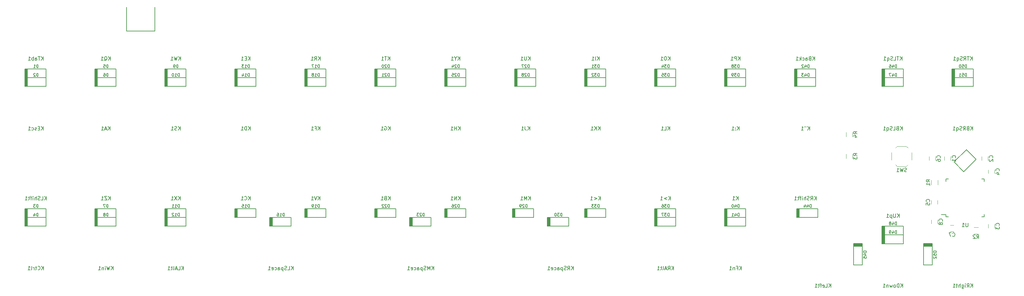
<source format=gbr>
G04 #@! TF.FileFunction,Legend,Bot*
%FSLAX46Y46*%
G04 Gerber Fmt 4.6, Leading zero omitted, Abs format (unit mm)*
G04 Created by KiCad (PCBNEW 4.0.7) date 07/11/18 03:04:03*
%MOMM*%
%LPD*%
G01*
G04 APERTURE LIST*
%ADD10C,0.100000*%
%ADD11C,0.120000*%
%ADD12C,0.200000*%
%ADD13C,0.150000*%
G04 APERTURE END LIST*
D10*
D11*
X272907813Y-57245313D02*
X272907813Y-58245313D01*
X271207813Y-58245313D02*
X271207813Y-57245313D01*
X283028125Y-57245313D02*
X283028125Y-58245313D01*
X281328125Y-58245313D02*
X281328125Y-57245313D01*
X284814063Y-75700000D02*
X284814063Y-76700000D01*
X283114063Y-76700000D02*
X283114063Y-75700000D01*
X284814063Y-60817188D02*
X284814063Y-61817188D01*
X283114063Y-61817188D02*
X283114063Y-60817188D01*
X267635938Y-70151563D02*
X267635938Y-69151563D01*
X269335938Y-69151563D02*
X269335938Y-70151563D01*
X268740625Y-57245313D02*
X268740625Y-58245313D01*
X267040625Y-58245313D02*
X267040625Y-57245313D01*
X273748438Y-77645313D02*
X272748438Y-77645313D01*
X272748438Y-75945313D02*
X273748438Y-75945313D01*
X269335938Y-74509375D02*
X269335938Y-75509375D01*
X267635938Y-75509375D02*
X267635938Y-74509375D01*
D12*
X21537500Y-35728125D02*
X21537500Y-33328125D01*
X21362500Y-35728125D02*
X21362500Y-33328125D01*
X21187500Y-35728125D02*
X21187500Y-33328125D01*
X20787500Y-33328125D02*
X20787500Y-35728125D01*
X21012500Y-35728125D02*
X21012500Y-33328125D01*
X20887500Y-35728125D02*
X20887500Y-33328125D01*
X20812500Y-35728125D02*
X26612500Y-35728125D01*
X26612500Y-35728125D02*
X26612500Y-33328125D01*
X26612500Y-33328125D02*
X20812500Y-33328125D01*
X21537500Y-38109375D02*
X21537500Y-35709375D01*
X21362500Y-38109375D02*
X21362500Y-35709375D01*
X21187500Y-38109375D02*
X21187500Y-35709375D01*
X20787500Y-35709375D02*
X20787500Y-38109375D01*
X21012500Y-38109375D02*
X21012500Y-35709375D01*
X20887500Y-38109375D02*
X20887500Y-35709375D01*
X20812500Y-38109375D02*
X26612500Y-38109375D01*
X26612500Y-38109375D02*
X26612500Y-35709375D01*
X26612500Y-35709375D02*
X20812500Y-35709375D01*
X21537500Y-73828125D02*
X21537500Y-71428125D01*
X21362500Y-73828125D02*
X21362500Y-71428125D01*
X21187500Y-73828125D02*
X21187500Y-71428125D01*
X20787500Y-71428125D02*
X20787500Y-73828125D01*
X21012500Y-73828125D02*
X21012500Y-71428125D01*
X20887500Y-73828125D02*
X20887500Y-71428125D01*
X20812500Y-73828125D02*
X26612500Y-73828125D01*
X26612500Y-73828125D02*
X26612500Y-71428125D01*
X26612500Y-71428125D02*
X20812500Y-71428125D01*
X21537500Y-76209375D02*
X21537500Y-73809375D01*
X21362500Y-76209375D02*
X21362500Y-73809375D01*
X21187500Y-76209375D02*
X21187500Y-73809375D01*
X20787500Y-73809375D02*
X20787500Y-76209375D01*
X21012500Y-76209375D02*
X21012500Y-73809375D01*
X20887500Y-76209375D02*
X20887500Y-73809375D01*
X20812500Y-76209375D02*
X26612500Y-76209375D01*
X26612500Y-76209375D02*
X26612500Y-73809375D01*
X26612500Y-73809375D02*
X20812500Y-73809375D01*
X40587500Y-35728125D02*
X40587500Y-33328125D01*
X40412500Y-35728125D02*
X40412500Y-33328125D01*
X40237500Y-35728125D02*
X40237500Y-33328125D01*
X39837500Y-33328125D02*
X39837500Y-35728125D01*
X40062500Y-35728125D02*
X40062500Y-33328125D01*
X39937500Y-35728125D02*
X39937500Y-33328125D01*
X39862500Y-35728125D02*
X45662500Y-35728125D01*
X45662500Y-35728125D02*
X45662500Y-33328125D01*
X45662500Y-33328125D02*
X39862500Y-33328125D01*
X40587500Y-38109375D02*
X40587500Y-35709375D01*
X40412500Y-38109375D02*
X40412500Y-35709375D01*
X40237500Y-38109375D02*
X40237500Y-35709375D01*
X39837500Y-35709375D02*
X39837500Y-38109375D01*
X40062500Y-38109375D02*
X40062500Y-35709375D01*
X39937500Y-38109375D02*
X39937500Y-35709375D01*
X39862500Y-38109375D02*
X45662500Y-38109375D01*
X45662500Y-38109375D02*
X45662500Y-35709375D01*
X45662500Y-35709375D02*
X39862500Y-35709375D01*
X40587500Y-73828125D02*
X40587500Y-71428125D01*
X40412500Y-73828125D02*
X40412500Y-71428125D01*
X40237500Y-73828125D02*
X40237500Y-71428125D01*
X39837500Y-71428125D02*
X39837500Y-73828125D01*
X40062500Y-73828125D02*
X40062500Y-71428125D01*
X39937500Y-73828125D02*
X39937500Y-71428125D01*
X39862500Y-73828125D02*
X45662500Y-73828125D01*
X45662500Y-73828125D02*
X45662500Y-71428125D01*
X45662500Y-71428125D02*
X39862500Y-71428125D01*
X40587500Y-76209375D02*
X40587500Y-73809375D01*
X40412500Y-76209375D02*
X40412500Y-73809375D01*
X40237500Y-76209375D02*
X40237500Y-73809375D01*
X39837500Y-73809375D02*
X39837500Y-76209375D01*
X40062500Y-76209375D02*
X40062500Y-73809375D01*
X39937500Y-76209375D02*
X39937500Y-73809375D01*
X39862500Y-76209375D02*
X45662500Y-76209375D01*
X45662500Y-76209375D02*
X45662500Y-73809375D01*
X45662500Y-73809375D02*
X39862500Y-73809375D01*
X59637500Y-35728125D02*
X59637500Y-33328125D01*
X59462500Y-35728125D02*
X59462500Y-33328125D01*
X59287500Y-35728125D02*
X59287500Y-33328125D01*
X58887500Y-33328125D02*
X58887500Y-35728125D01*
X59112500Y-35728125D02*
X59112500Y-33328125D01*
X58987500Y-35728125D02*
X58987500Y-33328125D01*
X58912500Y-35728125D02*
X64712500Y-35728125D01*
X64712500Y-35728125D02*
X64712500Y-33328125D01*
X64712500Y-33328125D02*
X58912500Y-33328125D01*
X59637500Y-38109375D02*
X59637500Y-35709375D01*
X59462500Y-38109375D02*
X59462500Y-35709375D01*
X59287500Y-38109375D02*
X59287500Y-35709375D01*
X58887500Y-35709375D02*
X58887500Y-38109375D01*
X59112500Y-38109375D02*
X59112500Y-35709375D01*
X58987500Y-38109375D02*
X58987500Y-35709375D01*
X58912500Y-38109375D02*
X64712500Y-38109375D01*
X64712500Y-38109375D02*
X64712500Y-35709375D01*
X64712500Y-35709375D02*
X58912500Y-35709375D01*
X59637500Y-73828125D02*
X59637500Y-71428125D01*
X59462500Y-73828125D02*
X59462500Y-71428125D01*
X59287500Y-73828125D02*
X59287500Y-71428125D01*
X58887500Y-71428125D02*
X58887500Y-73828125D01*
X59112500Y-73828125D02*
X59112500Y-71428125D01*
X58987500Y-73828125D02*
X58987500Y-71428125D01*
X58912500Y-73828125D02*
X64712500Y-73828125D01*
X64712500Y-73828125D02*
X64712500Y-71428125D01*
X64712500Y-71428125D02*
X58912500Y-71428125D01*
X59637500Y-76209375D02*
X59637500Y-73809375D01*
X59462500Y-76209375D02*
X59462500Y-73809375D01*
X59287500Y-76209375D02*
X59287500Y-73809375D01*
X58887500Y-73809375D02*
X58887500Y-76209375D01*
X59112500Y-76209375D02*
X59112500Y-73809375D01*
X58987500Y-76209375D02*
X58987500Y-73809375D01*
X58912500Y-76209375D02*
X64712500Y-76209375D01*
X64712500Y-76209375D02*
X64712500Y-73809375D01*
X64712500Y-73809375D02*
X58912500Y-73809375D01*
X78687500Y-35728125D02*
X78687500Y-33328125D01*
X78512500Y-35728125D02*
X78512500Y-33328125D01*
X78337500Y-35728125D02*
X78337500Y-33328125D01*
X77937500Y-33328125D02*
X77937500Y-35728125D01*
X78162500Y-35728125D02*
X78162500Y-33328125D01*
X78037500Y-35728125D02*
X78037500Y-33328125D01*
X77962500Y-35728125D02*
X83762500Y-35728125D01*
X83762500Y-35728125D02*
X83762500Y-33328125D01*
X83762500Y-33328125D02*
X77962500Y-33328125D01*
X78687500Y-38109375D02*
X78687500Y-35709375D01*
X78512500Y-38109375D02*
X78512500Y-35709375D01*
X78337500Y-38109375D02*
X78337500Y-35709375D01*
X77937500Y-35709375D02*
X77937500Y-38109375D01*
X78162500Y-38109375D02*
X78162500Y-35709375D01*
X78037500Y-38109375D02*
X78037500Y-35709375D01*
X77962500Y-38109375D02*
X83762500Y-38109375D01*
X83762500Y-38109375D02*
X83762500Y-35709375D01*
X83762500Y-35709375D02*
X77962500Y-35709375D01*
X78687500Y-73828125D02*
X78687500Y-71428125D01*
X78512500Y-73828125D02*
X78512500Y-71428125D01*
X78337500Y-73828125D02*
X78337500Y-71428125D01*
X77937500Y-71428125D02*
X77937500Y-73828125D01*
X78162500Y-73828125D02*
X78162500Y-71428125D01*
X78037500Y-73828125D02*
X78037500Y-71428125D01*
X77962500Y-73828125D02*
X83762500Y-73828125D01*
X83762500Y-73828125D02*
X83762500Y-71428125D01*
X83762500Y-71428125D02*
X77962500Y-71428125D01*
X88212500Y-76209375D02*
X88212500Y-73809375D01*
X88037500Y-76209375D02*
X88037500Y-73809375D01*
X87862500Y-76209375D02*
X87862500Y-73809375D01*
X87462500Y-73809375D02*
X87462500Y-76209375D01*
X87687500Y-76209375D02*
X87687500Y-73809375D01*
X87562500Y-76209375D02*
X87562500Y-73809375D01*
X87487500Y-76209375D02*
X93287500Y-76209375D01*
X93287500Y-76209375D02*
X93287500Y-73809375D01*
X93287500Y-73809375D02*
X87487500Y-73809375D01*
X97737500Y-35728125D02*
X97737500Y-33328125D01*
X97562500Y-35728125D02*
X97562500Y-33328125D01*
X97387500Y-35728125D02*
X97387500Y-33328125D01*
X96987500Y-33328125D02*
X96987500Y-35728125D01*
X97212500Y-35728125D02*
X97212500Y-33328125D01*
X97087500Y-35728125D02*
X97087500Y-33328125D01*
X97012500Y-35728125D02*
X102812500Y-35728125D01*
X102812500Y-35728125D02*
X102812500Y-33328125D01*
X102812500Y-33328125D02*
X97012500Y-33328125D01*
X97737500Y-38109375D02*
X97737500Y-35709375D01*
X97562500Y-38109375D02*
X97562500Y-35709375D01*
X97387500Y-38109375D02*
X97387500Y-35709375D01*
X96987500Y-35709375D02*
X96987500Y-38109375D01*
X97212500Y-38109375D02*
X97212500Y-35709375D01*
X97087500Y-38109375D02*
X97087500Y-35709375D01*
X97012500Y-38109375D02*
X102812500Y-38109375D01*
X102812500Y-38109375D02*
X102812500Y-35709375D01*
X102812500Y-35709375D02*
X97012500Y-35709375D01*
X97737500Y-73828125D02*
X97737500Y-71428125D01*
X97562500Y-73828125D02*
X97562500Y-71428125D01*
X97387500Y-73828125D02*
X97387500Y-71428125D01*
X96987500Y-71428125D02*
X96987500Y-73828125D01*
X97212500Y-73828125D02*
X97212500Y-71428125D01*
X97087500Y-73828125D02*
X97087500Y-71428125D01*
X97012500Y-73828125D02*
X102812500Y-73828125D01*
X102812500Y-73828125D02*
X102812500Y-71428125D01*
X102812500Y-71428125D02*
X97012500Y-71428125D01*
X116787500Y-35728125D02*
X116787500Y-33328125D01*
X116612500Y-35728125D02*
X116612500Y-33328125D01*
X116437500Y-35728125D02*
X116437500Y-33328125D01*
X116037500Y-33328125D02*
X116037500Y-35728125D01*
X116262500Y-35728125D02*
X116262500Y-33328125D01*
X116137500Y-35728125D02*
X116137500Y-33328125D01*
X116062500Y-35728125D02*
X121862500Y-35728125D01*
X121862500Y-35728125D02*
X121862500Y-33328125D01*
X121862500Y-33328125D02*
X116062500Y-33328125D01*
X116787500Y-38109375D02*
X116787500Y-35709375D01*
X116612500Y-38109375D02*
X116612500Y-35709375D01*
X116437500Y-38109375D02*
X116437500Y-35709375D01*
X116037500Y-35709375D02*
X116037500Y-38109375D01*
X116262500Y-38109375D02*
X116262500Y-35709375D01*
X116137500Y-38109375D02*
X116137500Y-35709375D01*
X116062500Y-38109375D02*
X121862500Y-38109375D01*
X121862500Y-38109375D02*
X121862500Y-35709375D01*
X121862500Y-35709375D02*
X116062500Y-35709375D01*
X116787500Y-73828125D02*
X116787500Y-71428125D01*
X116612500Y-73828125D02*
X116612500Y-71428125D01*
X116437500Y-73828125D02*
X116437500Y-71428125D01*
X116037500Y-71428125D02*
X116037500Y-73828125D01*
X116262500Y-73828125D02*
X116262500Y-71428125D01*
X116137500Y-73828125D02*
X116137500Y-71428125D01*
X116062500Y-73828125D02*
X121862500Y-73828125D01*
X121862500Y-73828125D02*
X121862500Y-71428125D01*
X121862500Y-71428125D02*
X116062500Y-71428125D01*
X126312500Y-76209375D02*
X126312500Y-73809375D01*
X126137500Y-76209375D02*
X126137500Y-73809375D01*
X125962500Y-76209375D02*
X125962500Y-73809375D01*
X125562500Y-73809375D02*
X125562500Y-76209375D01*
X125787500Y-76209375D02*
X125787500Y-73809375D01*
X125662500Y-76209375D02*
X125662500Y-73809375D01*
X125587500Y-76209375D02*
X131387500Y-76209375D01*
X131387500Y-76209375D02*
X131387500Y-73809375D01*
X131387500Y-73809375D02*
X125587500Y-73809375D01*
X135837500Y-35728125D02*
X135837500Y-33328125D01*
X135662500Y-35728125D02*
X135662500Y-33328125D01*
X135487500Y-35728125D02*
X135487500Y-33328125D01*
X135087500Y-33328125D02*
X135087500Y-35728125D01*
X135312500Y-35728125D02*
X135312500Y-33328125D01*
X135187500Y-35728125D02*
X135187500Y-33328125D01*
X135112500Y-35728125D02*
X140912500Y-35728125D01*
X140912500Y-35728125D02*
X140912500Y-33328125D01*
X140912500Y-33328125D02*
X135112500Y-33328125D01*
X135837500Y-38109375D02*
X135837500Y-35709375D01*
X135662500Y-38109375D02*
X135662500Y-35709375D01*
X135487500Y-38109375D02*
X135487500Y-35709375D01*
X135087500Y-35709375D02*
X135087500Y-38109375D01*
X135312500Y-38109375D02*
X135312500Y-35709375D01*
X135187500Y-38109375D02*
X135187500Y-35709375D01*
X135112500Y-38109375D02*
X140912500Y-38109375D01*
X140912500Y-38109375D02*
X140912500Y-35709375D01*
X140912500Y-35709375D02*
X135112500Y-35709375D01*
X135837500Y-73828125D02*
X135837500Y-71428125D01*
X135662500Y-73828125D02*
X135662500Y-71428125D01*
X135487500Y-73828125D02*
X135487500Y-71428125D01*
X135087500Y-71428125D02*
X135087500Y-73828125D01*
X135312500Y-73828125D02*
X135312500Y-71428125D01*
X135187500Y-73828125D02*
X135187500Y-71428125D01*
X135112500Y-73828125D02*
X140912500Y-73828125D01*
X140912500Y-73828125D02*
X140912500Y-71428125D01*
X140912500Y-71428125D02*
X135112500Y-71428125D01*
X154887500Y-35728125D02*
X154887500Y-33328125D01*
X154712500Y-35728125D02*
X154712500Y-33328125D01*
X154537500Y-35728125D02*
X154537500Y-33328125D01*
X154137500Y-33328125D02*
X154137500Y-35728125D01*
X154362500Y-35728125D02*
X154362500Y-33328125D01*
X154237500Y-35728125D02*
X154237500Y-33328125D01*
X154162500Y-35728125D02*
X159962500Y-35728125D01*
X159962500Y-35728125D02*
X159962500Y-33328125D01*
X159962500Y-33328125D02*
X154162500Y-33328125D01*
X154887500Y-38109375D02*
X154887500Y-35709375D01*
X154712500Y-38109375D02*
X154712500Y-35709375D01*
X154537500Y-38109375D02*
X154537500Y-35709375D01*
X154137500Y-35709375D02*
X154137500Y-38109375D01*
X154362500Y-38109375D02*
X154362500Y-35709375D01*
X154237500Y-38109375D02*
X154237500Y-35709375D01*
X154162500Y-38109375D02*
X159962500Y-38109375D01*
X159962500Y-38109375D02*
X159962500Y-35709375D01*
X159962500Y-35709375D02*
X154162500Y-35709375D01*
X154292188Y-73828125D02*
X154292188Y-71428125D01*
X154117188Y-73828125D02*
X154117188Y-71428125D01*
X153942188Y-73828125D02*
X153942188Y-71428125D01*
X153542188Y-71428125D02*
X153542188Y-73828125D01*
X153767188Y-73828125D02*
X153767188Y-71428125D01*
X153642188Y-73828125D02*
X153642188Y-71428125D01*
X153567188Y-73828125D02*
X159367188Y-73828125D01*
X159367188Y-73828125D02*
X159367188Y-71428125D01*
X159367188Y-71428125D02*
X153567188Y-71428125D01*
X163817188Y-76209375D02*
X163817188Y-73809375D01*
X163642188Y-76209375D02*
X163642188Y-73809375D01*
X163467188Y-76209375D02*
X163467188Y-73809375D01*
X163067188Y-73809375D02*
X163067188Y-76209375D01*
X163292188Y-76209375D02*
X163292188Y-73809375D01*
X163167188Y-76209375D02*
X163167188Y-73809375D01*
X163092188Y-76209375D02*
X168892188Y-76209375D01*
X168892188Y-76209375D02*
X168892188Y-73809375D01*
X168892188Y-73809375D02*
X163092188Y-73809375D01*
X173937500Y-35728125D02*
X173937500Y-33328125D01*
X173762500Y-35728125D02*
X173762500Y-33328125D01*
X173587500Y-35728125D02*
X173587500Y-33328125D01*
X173187500Y-33328125D02*
X173187500Y-35728125D01*
X173412500Y-35728125D02*
X173412500Y-33328125D01*
X173287500Y-35728125D02*
X173287500Y-33328125D01*
X173212500Y-35728125D02*
X179012500Y-35728125D01*
X179012500Y-35728125D02*
X179012500Y-33328125D01*
X179012500Y-33328125D02*
X173212500Y-33328125D01*
X173937500Y-38109375D02*
X173937500Y-35709375D01*
X173762500Y-38109375D02*
X173762500Y-35709375D01*
X173587500Y-38109375D02*
X173587500Y-35709375D01*
X173187500Y-35709375D02*
X173187500Y-38109375D01*
X173412500Y-38109375D02*
X173412500Y-35709375D01*
X173287500Y-38109375D02*
X173287500Y-35709375D01*
X173212500Y-38109375D02*
X179012500Y-38109375D01*
X179012500Y-38109375D02*
X179012500Y-35709375D01*
X179012500Y-35709375D02*
X173212500Y-35709375D01*
X173937500Y-73828125D02*
X173937500Y-71428125D01*
X173762500Y-73828125D02*
X173762500Y-71428125D01*
X173587500Y-73828125D02*
X173587500Y-71428125D01*
X173187500Y-71428125D02*
X173187500Y-73828125D01*
X173412500Y-73828125D02*
X173412500Y-71428125D01*
X173287500Y-73828125D02*
X173287500Y-71428125D01*
X173212500Y-73828125D02*
X179012500Y-73828125D01*
X179012500Y-73828125D02*
X179012500Y-71428125D01*
X179012500Y-71428125D02*
X173212500Y-71428125D01*
X192987500Y-35728125D02*
X192987500Y-33328125D01*
X192812500Y-35728125D02*
X192812500Y-33328125D01*
X192637500Y-35728125D02*
X192637500Y-33328125D01*
X192237500Y-33328125D02*
X192237500Y-35728125D01*
X192462500Y-35728125D02*
X192462500Y-33328125D01*
X192337500Y-35728125D02*
X192337500Y-33328125D01*
X192262500Y-35728125D02*
X198062500Y-35728125D01*
X198062500Y-35728125D02*
X198062500Y-33328125D01*
X198062500Y-33328125D02*
X192262500Y-33328125D01*
X192987500Y-38109375D02*
X192987500Y-35709375D01*
X192812500Y-38109375D02*
X192812500Y-35709375D01*
X192637500Y-38109375D02*
X192637500Y-35709375D01*
X192237500Y-35709375D02*
X192237500Y-38109375D01*
X192462500Y-38109375D02*
X192462500Y-35709375D01*
X192337500Y-38109375D02*
X192337500Y-35709375D01*
X192262500Y-38109375D02*
X198062500Y-38109375D01*
X198062500Y-38109375D02*
X198062500Y-35709375D01*
X198062500Y-35709375D02*
X192262500Y-35709375D01*
X192987500Y-73828125D02*
X192987500Y-71428125D01*
X192812500Y-73828125D02*
X192812500Y-71428125D01*
X192637500Y-73828125D02*
X192637500Y-71428125D01*
X192237500Y-71428125D02*
X192237500Y-73828125D01*
X192462500Y-73828125D02*
X192462500Y-71428125D01*
X192337500Y-73828125D02*
X192337500Y-71428125D01*
X192262500Y-73828125D02*
X198062500Y-73828125D01*
X198062500Y-73828125D02*
X198062500Y-71428125D01*
X198062500Y-71428125D02*
X192262500Y-71428125D01*
X192987500Y-76209375D02*
X192987500Y-73809375D01*
X192812500Y-76209375D02*
X192812500Y-73809375D01*
X192637500Y-76209375D02*
X192637500Y-73809375D01*
X192237500Y-73809375D02*
X192237500Y-76209375D01*
X192462500Y-76209375D02*
X192462500Y-73809375D01*
X192337500Y-76209375D02*
X192337500Y-73809375D01*
X192262500Y-76209375D02*
X198062500Y-76209375D01*
X198062500Y-76209375D02*
X198062500Y-73809375D01*
X198062500Y-73809375D02*
X192262500Y-73809375D01*
X212037500Y-35728125D02*
X212037500Y-33328125D01*
X211862500Y-35728125D02*
X211862500Y-33328125D01*
X211687500Y-35728125D02*
X211687500Y-33328125D01*
X211287500Y-33328125D02*
X211287500Y-35728125D01*
X211512500Y-35728125D02*
X211512500Y-33328125D01*
X211387500Y-35728125D02*
X211387500Y-33328125D01*
X211312500Y-35728125D02*
X217112500Y-35728125D01*
X217112500Y-35728125D02*
X217112500Y-33328125D01*
X217112500Y-33328125D02*
X211312500Y-33328125D01*
X212037500Y-38109375D02*
X212037500Y-35709375D01*
X211862500Y-38109375D02*
X211862500Y-35709375D01*
X211687500Y-38109375D02*
X211687500Y-35709375D01*
X211287500Y-35709375D02*
X211287500Y-38109375D01*
X211512500Y-38109375D02*
X211512500Y-35709375D01*
X211387500Y-38109375D02*
X211387500Y-35709375D01*
X211312500Y-38109375D02*
X217112500Y-38109375D01*
X217112500Y-38109375D02*
X217112500Y-35709375D01*
X217112500Y-35709375D02*
X211312500Y-35709375D01*
X212037500Y-73828125D02*
X212037500Y-71428125D01*
X211862500Y-73828125D02*
X211862500Y-71428125D01*
X211687500Y-73828125D02*
X211687500Y-71428125D01*
X211287500Y-71428125D02*
X211287500Y-73828125D01*
X211512500Y-73828125D02*
X211512500Y-71428125D01*
X211387500Y-73828125D02*
X211387500Y-71428125D01*
X211312500Y-73828125D02*
X217112500Y-73828125D01*
X217112500Y-73828125D02*
X217112500Y-71428125D01*
X217112500Y-71428125D02*
X211312500Y-71428125D01*
X212037500Y-76209375D02*
X212037500Y-73809375D01*
X211862500Y-76209375D02*
X211862500Y-73809375D01*
X211687500Y-76209375D02*
X211687500Y-73809375D01*
X211287500Y-73809375D02*
X211287500Y-76209375D01*
X211512500Y-76209375D02*
X211512500Y-73809375D01*
X211387500Y-76209375D02*
X211387500Y-73809375D01*
X211312500Y-76209375D02*
X217112500Y-76209375D01*
X217112500Y-76209375D02*
X217112500Y-73809375D01*
X217112500Y-73809375D02*
X211312500Y-73809375D01*
X231087500Y-35728125D02*
X231087500Y-33328125D01*
X230912500Y-35728125D02*
X230912500Y-33328125D01*
X230737500Y-35728125D02*
X230737500Y-33328125D01*
X230337500Y-33328125D02*
X230337500Y-35728125D01*
X230562500Y-35728125D02*
X230562500Y-33328125D01*
X230437500Y-35728125D02*
X230437500Y-33328125D01*
X230362500Y-35728125D02*
X236162500Y-35728125D01*
X236162500Y-35728125D02*
X236162500Y-33328125D01*
X236162500Y-33328125D02*
X230362500Y-33328125D01*
X231087500Y-38109375D02*
X231087500Y-35709375D01*
X230912500Y-38109375D02*
X230912500Y-35709375D01*
X230737500Y-38109375D02*
X230737500Y-35709375D01*
X230337500Y-35709375D02*
X230337500Y-38109375D01*
X230562500Y-38109375D02*
X230562500Y-35709375D01*
X230437500Y-38109375D02*
X230437500Y-35709375D01*
X230362500Y-38109375D02*
X236162500Y-38109375D01*
X236162500Y-38109375D02*
X236162500Y-35709375D01*
X236162500Y-35709375D02*
X230362500Y-35709375D01*
X231682813Y-73828125D02*
X231682813Y-71428125D01*
X231507813Y-73828125D02*
X231507813Y-71428125D01*
X231332813Y-73828125D02*
X231332813Y-71428125D01*
X230932813Y-71428125D02*
X230932813Y-73828125D01*
X231157813Y-73828125D02*
X231157813Y-71428125D01*
X231032813Y-73828125D02*
X231032813Y-71428125D01*
X230957813Y-73828125D02*
X236757813Y-73828125D01*
X236757813Y-73828125D02*
X236757813Y-71428125D01*
X236757813Y-71428125D02*
X230957813Y-71428125D01*
X246450000Y-81664063D02*
X248850000Y-81664063D01*
X246450000Y-81489063D02*
X248850000Y-81489063D01*
X246450000Y-81314063D02*
X248850000Y-81314063D01*
X248850000Y-80914063D02*
X246450000Y-80914063D01*
X246450000Y-81139063D02*
X248850000Y-81139063D01*
X246450000Y-81014063D02*
X248850000Y-81014063D01*
X246450000Y-80939063D02*
X246450000Y-86739063D01*
X246450000Y-86739063D02*
X248850000Y-86739063D01*
X248850000Y-86739063D02*
X248850000Y-80939063D01*
X254900000Y-35728125D02*
X254900000Y-33328125D01*
X254725000Y-35728125D02*
X254725000Y-33328125D01*
X254550000Y-35728125D02*
X254550000Y-33328125D01*
X254150000Y-33328125D02*
X254150000Y-35728125D01*
X254375000Y-35728125D02*
X254375000Y-33328125D01*
X254250000Y-35728125D02*
X254250000Y-33328125D01*
X254175000Y-35728125D02*
X259975000Y-35728125D01*
X259975000Y-35728125D02*
X259975000Y-33328125D01*
X259975000Y-33328125D02*
X254175000Y-33328125D01*
X254900000Y-38109375D02*
X254900000Y-35709375D01*
X254725000Y-38109375D02*
X254725000Y-35709375D01*
X254550000Y-38109375D02*
X254550000Y-35709375D01*
X254150000Y-35709375D02*
X254150000Y-38109375D01*
X254375000Y-38109375D02*
X254375000Y-35709375D01*
X254250000Y-38109375D02*
X254250000Y-35709375D01*
X254175000Y-38109375D02*
X259975000Y-38109375D01*
X259975000Y-38109375D02*
X259975000Y-35709375D01*
X259975000Y-35709375D02*
X254175000Y-35709375D01*
X254900000Y-78590625D02*
X254900000Y-76190625D01*
X254725000Y-78590625D02*
X254725000Y-76190625D01*
X254550000Y-78590625D02*
X254550000Y-76190625D01*
X254150000Y-76190625D02*
X254150000Y-78590625D01*
X254375000Y-78590625D02*
X254375000Y-76190625D01*
X254250000Y-78590625D02*
X254250000Y-76190625D01*
X254175000Y-78590625D02*
X259975000Y-78590625D01*
X259975000Y-78590625D02*
X259975000Y-76190625D01*
X259975000Y-76190625D02*
X254175000Y-76190625D01*
X254900000Y-80971875D02*
X254900000Y-78571875D01*
X254725000Y-80971875D02*
X254725000Y-78571875D01*
X254550000Y-80971875D02*
X254550000Y-78571875D01*
X254150000Y-78571875D02*
X254150000Y-80971875D01*
X254375000Y-80971875D02*
X254375000Y-78571875D01*
X254250000Y-80971875D02*
X254250000Y-78571875D01*
X254175000Y-80971875D02*
X259975000Y-80971875D01*
X259975000Y-80971875D02*
X259975000Y-78571875D01*
X259975000Y-78571875D02*
X254175000Y-78571875D01*
X273950000Y-35728125D02*
X273950000Y-33328125D01*
X273775000Y-35728125D02*
X273775000Y-33328125D01*
X273600000Y-35728125D02*
X273600000Y-33328125D01*
X273200000Y-33328125D02*
X273200000Y-35728125D01*
X273425000Y-35728125D02*
X273425000Y-33328125D01*
X273300000Y-35728125D02*
X273300000Y-33328125D01*
X273225000Y-35728125D02*
X279025000Y-35728125D01*
X279025000Y-35728125D02*
X279025000Y-33328125D01*
X279025000Y-33328125D02*
X273225000Y-33328125D01*
X273950000Y-38109375D02*
X273950000Y-35709375D01*
X273775000Y-38109375D02*
X273775000Y-35709375D01*
X273600000Y-38109375D02*
X273600000Y-35709375D01*
X273200000Y-35709375D02*
X273200000Y-38109375D01*
X273425000Y-38109375D02*
X273425000Y-35709375D01*
X273300000Y-38109375D02*
X273300000Y-35709375D01*
X273225000Y-38109375D02*
X279025000Y-38109375D01*
X279025000Y-38109375D02*
X279025000Y-35709375D01*
X279025000Y-35709375D02*
X273225000Y-35709375D01*
X265500000Y-81664063D02*
X267900000Y-81664063D01*
X265500000Y-81489063D02*
X267900000Y-81489063D01*
X265500000Y-81314063D02*
X267900000Y-81314063D01*
X267900000Y-80914063D02*
X265500000Y-80914063D01*
X265500000Y-81139063D02*
X267900000Y-81139063D01*
X265500000Y-81014063D02*
X267900000Y-81014063D01*
X265500000Y-80939063D02*
X265500000Y-86739063D01*
X265500000Y-86739063D02*
X267900000Y-86739063D01*
X267900000Y-86739063D02*
X267900000Y-80939063D01*
X56237500Y-23021875D02*
X56237500Y-16521875D01*
X48537500Y-23021875D02*
X48537500Y-16521875D01*
X48537500Y-23021875D02*
X56237500Y-23021875D01*
D11*
X269365938Y-64893750D02*
X269365938Y-63693750D01*
X267605938Y-63693750D02*
X267605938Y-64893750D01*
X280396875Y-76510625D02*
X279196875Y-76510625D01*
X279196875Y-78270625D02*
X280396875Y-78270625D01*
X244388750Y-56550000D02*
X244388750Y-57750000D01*
X246148750Y-57750000D02*
X246148750Y-56550000D01*
X244388750Y-50596875D02*
X244388750Y-51796875D01*
X246148750Y-51796875D02*
X246148750Y-50596875D01*
X257856250Y-54850000D02*
X258306250Y-54400000D01*
X261256250Y-54850000D02*
X260806250Y-54400000D01*
X261256250Y-59450000D02*
X260806250Y-59900000D01*
X257856250Y-59450000D02*
X258306250Y-59900000D01*
X262306250Y-58150000D02*
X262306250Y-56150000D01*
X258306250Y-54400000D02*
X260806250Y-54400000D01*
X256806250Y-58150000D02*
X256806250Y-56150000D01*
X258306250Y-59900000D02*
X260806250Y-59900000D01*
D13*
X271645313Y-73635938D02*
X271645313Y-73060938D01*
X281995313Y-73635938D02*
X281995313Y-72960938D01*
X281995313Y-63285938D02*
X281995313Y-63960938D01*
X271645313Y-63285938D02*
X271645313Y-63960938D01*
X271645313Y-73635938D02*
X272320313Y-73635938D01*
X271645313Y-63285938D02*
X272320313Y-63285938D01*
X281995313Y-63285938D02*
X281320313Y-63285938D01*
X281995313Y-73635938D02*
X281320313Y-73635938D01*
X271645313Y-73060938D02*
X270370313Y-73060938D01*
D12*
X273815109Y-58694178D02*
X276466760Y-61345829D01*
X276466760Y-61345829D02*
X279825517Y-57987072D01*
X279825517Y-57987072D02*
X277173866Y-55335421D01*
X277173866Y-55335421D02*
X273815109Y-58694178D01*
D13*
X274164956Y-57578647D02*
X274212575Y-57531028D01*
X274260194Y-57388171D01*
X274260194Y-57292933D01*
X274212575Y-57150075D01*
X274117337Y-57054837D01*
X274022099Y-57007218D01*
X273831623Y-56959599D01*
X273688765Y-56959599D01*
X273498289Y-57007218D01*
X273403051Y-57054837D01*
X273307813Y-57150075D01*
X273260194Y-57292933D01*
X273260194Y-57388171D01*
X273307813Y-57531028D01*
X273355432Y-57578647D01*
X274260194Y-58531028D02*
X274260194Y-57959599D01*
X274260194Y-58245313D02*
X273260194Y-58245313D01*
X273403051Y-58150075D01*
X273498289Y-58054837D01*
X273545908Y-57959599D01*
X284285268Y-57578647D02*
X284332887Y-57531028D01*
X284380506Y-57388171D01*
X284380506Y-57292933D01*
X284332887Y-57150075D01*
X284237649Y-57054837D01*
X284142411Y-57007218D01*
X283951935Y-56959599D01*
X283809077Y-56959599D01*
X283618601Y-57007218D01*
X283523363Y-57054837D01*
X283428125Y-57150075D01*
X283380506Y-57292933D01*
X283380506Y-57388171D01*
X283428125Y-57531028D01*
X283475744Y-57578647D01*
X283475744Y-57959599D02*
X283428125Y-58007218D01*
X283380506Y-58102456D01*
X283380506Y-58340552D01*
X283428125Y-58435790D01*
X283475744Y-58483409D01*
X283570982Y-58531028D01*
X283666220Y-58531028D01*
X283809077Y-58483409D01*
X284380506Y-57911980D01*
X284380506Y-58531028D01*
X286071206Y-76033334D02*
X286118825Y-75985715D01*
X286166444Y-75842858D01*
X286166444Y-75747620D01*
X286118825Y-75604762D01*
X286023587Y-75509524D01*
X285928349Y-75461905D01*
X285737873Y-75414286D01*
X285595015Y-75414286D01*
X285404539Y-75461905D01*
X285309301Y-75509524D01*
X285214063Y-75604762D01*
X285166444Y-75747620D01*
X285166444Y-75842858D01*
X285214063Y-75985715D01*
X285261682Y-76033334D01*
X285166444Y-76366667D02*
X285166444Y-76985715D01*
X285547396Y-76652381D01*
X285547396Y-76795239D01*
X285595015Y-76890477D01*
X285642634Y-76938096D01*
X285737873Y-76985715D01*
X285975968Y-76985715D01*
X286071206Y-76938096D01*
X286118825Y-76890477D01*
X286166444Y-76795239D01*
X286166444Y-76509524D01*
X286118825Y-76414286D01*
X286071206Y-76366667D01*
X286071206Y-61150522D02*
X286118825Y-61102903D01*
X286166444Y-60960046D01*
X286166444Y-60864808D01*
X286118825Y-60721950D01*
X286023587Y-60626712D01*
X285928349Y-60579093D01*
X285737873Y-60531474D01*
X285595015Y-60531474D01*
X285404539Y-60579093D01*
X285309301Y-60626712D01*
X285214063Y-60721950D01*
X285166444Y-60864808D01*
X285166444Y-60960046D01*
X285214063Y-61102903D01*
X285261682Y-61150522D01*
X285499777Y-62007665D02*
X286166444Y-62007665D01*
X285118825Y-61769569D02*
X285833111Y-61531474D01*
X285833111Y-62150522D01*
X267093081Y-69484897D02*
X267140700Y-69437278D01*
X267188319Y-69294421D01*
X267188319Y-69199183D01*
X267140700Y-69056325D01*
X267045462Y-68961087D01*
X266950224Y-68913468D01*
X266759748Y-68865849D01*
X266616890Y-68865849D01*
X266426414Y-68913468D01*
X266331176Y-68961087D01*
X266235938Y-69056325D01*
X266188319Y-69199183D01*
X266188319Y-69294421D01*
X266235938Y-69437278D01*
X266283557Y-69484897D01*
X266188319Y-70389659D02*
X266188319Y-69913468D01*
X266664509Y-69865849D01*
X266616890Y-69913468D01*
X266569271Y-70008706D01*
X266569271Y-70246802D01*
X266616890Y-70342040D01*
X266664509Y-70389659D01*
X266759748Y-70437278D01*
X266997843Y-70437278D01*
X267093081Y-70389659D01*
X267140700Y-70342040D01*
X267188319Y-70246802D01*
X267188319Y-70008706D01*
X267140700Y-69913468D01*
X267093081Y-69865849D01*
X269997768Y-57578647D02*
X270045387Y-57531028D01*
X270093006Y-57388171D01*
X270093006Y-57292933D01*
X270045387Y-57150075D01*
X269950149Y-57054837D01*
X269854911Y-57007218D01*
X269664435Y-56959599D01*
X269521577Y-56959599D01*
X269331101Y-57007218D01*
X269235863Y-57054837D01*
X269140625Y-57150075D01*
X269093006Y-57292933D01*
X269093006Y-57388171D01*
X269140625Y-57531028D01*
X269188244Y-57578647D01*
X269093006Y-58435790D02*
X269093006Y-58245313D01*
X269140625Y-58150075D01*
X269188244Y-58102456D01*
X269331101Y-58007218D01*
X269521577Y-57959599D01*
X269902530Y-57959599D01*
X269997768Y-58007218D01*
X270045387Y-58054837D01*
X270093006Y-58150075D01*
X270093006Y-58340552D01*
X270045387Y-58435790D01*
X269997768Y-58483409D01*
X269902530Y-58531028D01*
X269664435Y-58531028D01*
X269569196Y-58483409D01*
X269521577Y-58435790D01*
X269473958Y-58340552D01*
X269473958Y-58150075D01*
X269521577Y-58054837D01*
X269569196Y-58007218D01*
X269664435Y-57959599D01*
X273415104Y-78902456D02*
X273462723Y-78950075D01*
X273605580Y-78997694D01*
X273700818Y-78997694D01*
X273843676Y-78950075D01*
X273938914Y-78854837D01*
X273986533Y-78759599D01*
X274034152Y-78569123D01*
X274034152Y-78426265D01*
X273986533Y-78235789D01*
X273938914Y-78140551D01*
X273843676Y-78045313D01*
X273700818Y-77997694D01*
X273605580Y-77997694D01*
X273462723Y-78045313D01*
X273415104Y-78092932D01*
X273081771Y-77997694D02*
X272415104Y-77997694D01*
X272843676Y-78997694D01*
X270593081Y-74842709D02*
X270640700Y-74795090D01*
X270688319Y-74652233D01*
X270688319Y-74556995D01*
X270640700Y-74414137D01*
X270545462Y-74318899D01*
X270450224Y-74271280D01*
X270259748Y-74223661D01*
X270116890Y-74223661D01*
X269926414Y-74271280D01*
X269831176Y-74318899D01*
X269735938Y-74414137D01*
X269688319Y-74556995D01*
X269688319Y-74652233D01*
X269735938Y-74795090D01*
X269783557Y-74842709D01*
X270116890Y-75414137D02*
X270069271Y-75318899D01*
X270021652Y-75271280D01*
X269926414Y-75223661D01*
X269878795Y-75223661D01*
X269783557Y-75271280D01*
X269735938Y-75318899D01*
X269688319Y-75414137D01*
X269688319Y-75604614D01*
X269735938Y-75699852D01*
X269783557Y-75747471D01*
X269878795Y-75795090D01*
X269926414Y-75795090D01*
X270021652Y-75747471D01*
X270069271Y-75699852D01*
X270116890Y-75604614D01*
X270116890Y-75414137D01*
X270164509Y-75318899D01*
X270212128Y-75271280D01*
X270307367Y-75223661D01*
X270497843Y-75223661D01*
X270593081Y-75271280D01*
X270640700Y-75318899D01*
X270688319Y-75414137D01*
X270688319Y-75604614D01*
X270640700Y-75699852D01*
X270593081Y-75747471D01*
X270497843Y-75795090D01*
X270307367Y-75795090D01*
X270212128Y-75747471D01*
X270164509Y-75699852D01*
X270116890Y-75604614D01*
X24402976Y-32965030D02*
X24402976Y-32165030D01*
X24212500Y-32165030D01*
X24098214Y-32203125D01*
X24022023Y-32279315D01*
X23983928Y-32355506D01*
X23945833Y-32507887D01*
X23945833Y-32622173D01*
X23983928Y-32774554D01*
X24022023Y-32850744D01*
X24098214Y-32926935D01*
X24212500Y-32965030D01*
X24402976Y-32965030D01*
X23183928Y-32965030D02*
X23641071Y-32965030D01*
X23412500Y-32965030D02*
X23412500Y-32165030D01*
X23488690Y-32279315D01*
X23564881Y-32355506D01*
X23641071Y-32393601D01*
X24402976Y-35346280D02*
X24402976Y-34546280D01*
X24212500Y-34546280D01*
X24098214Y-34584375D01*
X24022023Y-34660565D01*
X23983928Y-34736756D01*
X23945833Y-34889137D01*
X23945833Y-35003423D01*
X23983928Y-35155804D01*
X24022023Y-35231994D01*
X24098214Y-35308185D01*
X24212500Y-35346280D01*
X24402976Y-35346280D01*
X23641071Y-34622470D02*
X23602976Y-34584375D01*
X23526785Y-34546280D01*
X23336309Y-34546280D01*
X23260119Y-34584375D01*
X23222023Y-34622470D01*
X23183928Y-34698661D01*
X23183928Y-34774851D01*
X23222023Y-34889137D01*
X23679166Y-35346280D01*
X23183928Y-35346280D01*
X24402976Y-71065030D02*
X24402976Y-70265030D01*
X24212500Y-70265030D01*
X24098214Y-70303125D01*
X24022023Y-70379315D01*
X23983928Y-70455506D01*
X23945833Y-70607887D01*
X23945833Y-70722173D01*
X23983928Y-70874554D01*
X24022023Y-70950744D01*
X24098214Y-71026935D01*
X24212500Y-71065030D01*
X24402976Y-71065030D01*
X23679166Y-70265030D02*
X23183928Y-70265030D01*
X23450595Y-70569792D01*
X23336309Y-70569792D01*
X23260119Y-70607887D01*
X23222023Y-70645982D01*
X23183928Y-70722173D01*
X23183928Y-70912649D01*
X23222023Y-70988839D01*
X23260119Y-71026935D01*
X23336309Y-71065030D01*
X23564881Y-71065030D01*
X23641071Y-71026935D01*
X23679166Y-70988839D01*
X24402976Y-73446280D02*
X24402976Y-72646280D01*
X24212500Y-72646280D01*
X24098214Y-72684375D01*
X24022023Y-72760565D01*
X23983928Y-72836756D01*
X23945833Y-72989137D01*
X23945833Y-73103423D01*
X23983928Y-73255804D01*
X24022023Y-73331994D01*
X24098214Y-73408185D01*
X24212500Y-73446280D01*
X24402976Y-73446280D01*
X23260119Y-72912946D02*
X23260119Y-73446280D01*
X23450595Y-72608185D02*
X23641071Y-73179613D01*
X23145833Y-73179613D01*
X43452976Y-32965030D02*
X43452976Y-32165030D01*
X43262500Y-32165030D01*
X43148214Y-32203125D01*
X43072023Y-32279315D01*
X43033928Y-32355506D01*
X42995833Y-32507887D01*
X42995833Y-32622173D01*
X43033928Y-32774554D01*
X43072023Y-32850744D01*
X43148214Y-32926935D01*
X43262500Y-32965030D01*
X43452976Y-32965030D01*
X42272023Y-32165030D02*
X42652976Y-32165030D01*
X42691071Y-32545982D01*
X42652976Y-32507887D01*
X42576785Y-32469792D01*
X42386309Y-32469792D01*
X42310119Y-32507887D01*
X42272023Y-32545982D01*
X42233928Y-32622173D01*
X42233928Y-32812649D01*
X42272023Y-32888839D01*
X42310119Y-32926935D01*
X42386309Y-32965030D01*
X42576785Y-32965030D01*
X42652976Y-32926935D01*
X42691071Y-32888839D01*
X43452976Y-35346280D02*
X43452976Y-34546280D01*
X43262500Y-34546280D01*
X43148214Y-34584375D01*
X43072023Y-34660565D01*
X43033928Y-34736756D01*
X42995833Y-34889137D01*
X42995833Y-35003423D01*
X43033928Y-35155804D01*
X43072023Y-35231994D01*
X43148214Y-35308185D01*
X43262500Y-35346280D01*
X43452976Y-35346280D01*
X42310119Y-34546280D02*
X42462500Y-34546280D01*
X42538690Y-34584375D01*
X42576785Y-34622470D01*
X42652976Y-34736756D01*
X42691071Y-34889137D01*
X42691071Y-35193899D01*
X42652976Y-35270089D01*
X42614881Y-35308185D01*
X42538690Y-35346280D01*
X42386309Y-35346280D01*
X42310119Y-35308185D01*
X42272023Y-35270089D01*
X42233928Y-35193899D01*
X42233928Y-35003423D01*
X42272023Y-34927232D01*
X42310119Y-34889137D01*
X42386309Y-34851042D01*
X42538690Y-34851042D01*
X42614881Y-34889137D01*
X42652976Y-34927232D01*
X42691071Y-35003423D01*
X43452976Y-71065030D02*
X43452976Y-70265030D01*
X43262500Y-70265030D01*
X43148214Y-70303125D01*
X43072023Y-70379315D01*
X43033928Y-70455506D01*
X42995833Y-70607887D01*
X42995833Y-70722173D01*
X43033928Y-70874554D01*
X43072023Y-70950744D01*
X43148214Y-71026935D01*
X43262500Y-71065030D01*
X43452976Y-71065030D01*
X42729166Y-70265030D02*
X42195833Y-70265030D01*
X42538690Y-71065030D01*
X43452976Y-73446280D02*
X43452976Y-72646280D01*
X43262500Y-72646280D01*
X43148214Y-72684375D01*
X43072023Y-72760565D01*
X43033928Y-72836756D01*
X42995833Y-72989137D01*
X42995833Y-73103423D01*
X43033928Y-73255804D01*
X43072023Y-73331994D01*
X43148214Y-73408185D01*
X43262500Y-73446280D01*
X43452976Y-73446280D01*
X42538690Y-72989137D02*
X42614881Y-72951042D01*
X42652976Y-72912946D01*
X42691071Y-72836756D01*
X42691071Y-72798661D01*
X42652976Y-72722470D01*
X42614881Y-72684375D01*
X42538690Y-72646280D01*
X42386309Y-72646280D01*
X42310119Y-72684375D01*
X42272023Y-72722470D01*
X42233928Y-72798661D01*
X42233928Y-72836756D01*
X42272023Y-72912946D01*
X42310119Y-72951042D01*
X42386309Y-72989137D01*
X42538690Y-72989137D01*
X42614881Y-73027232D01*
X42652976Y-73065327D01*
X42691071Y-73141518D01*
X42691071Y-73293899D01*
X42652976Y-73370089D01*
X42614881Y-73408185D01*
X42538690Y-73446280D01*
X42386309Y-73446280D01*
X42310119Y-73408185D01*
X42272023Y-73370089D01*
X42233928Y-73293899D01*
X42233928Y-73141518D01*
X42272023Y-73065327D01*
X42310119Y-73027232D01*
X42386309Y-72989137D01*
X62502976Y-32965030D02*
X62502976Y-32165030D01*
X62312500Y-32165030D01*
X62198214Y-32203125D01*
X62122023Y-32279315D01*
X62083928Y-32355506D01*
X62045833Y-32507887D01*
X62045833Y-32622173D01*
X62083928Y-32774554D01*
X62122023Y-32850744D01*
X62198214Y-32926935D01*
X62312500Y-32965030D01*
X62502976Y-32965030D01*
X61664881Y-32965030D02*
X61512500Y-32965030D01*
X61436309Y-32926935D01*
X61398214Y-32888839D01*
X61322023Y-32774554D01*
X61283928Y-32622173D01*
X61283928Y-32317411D01*
X61322023Y-32241220D01*
X61360119Y-32203125D01*
X61436309Y-32165030D01*
X61588690Y-32165030D01*
X61664881Y-32203125D01*
X61702976Y-32241220D01*
X61741071Y-32317411D01*
X61741071Y-32507887D01*
X61702976Y-32584077D01*
X61664881Y-32622173D01*
X61588690Y-32660268D01*
X61436309Y-32660268D01*
X61360119Y-32622173D01*
X61322023Y-32584077D01*
X61283928Y-32507887D01*
X62883929Y-35346280D02*
X62883929Y-34546280D01*
X62693453Y-34546280D01*
X62579167Y-34584375D01*
X62502976Y-34660565D01*
X62464881Y-34736756D01*
X62426786Y-34889137D01*
X62426786Y-35003423D01*
X62464881Y-35155804D01*
X62502976Y-35231994D01*
X62579167Y-35308185D01*
X62693453Y-35346280D01*
X62883929Y-35346280D01*
X61664881Y-35346280D02*
X62122024Y-35346280D01*
X61893453Y-35346280D02*
X61893453Y-34546280D01*
X61969643Y-34660565D01*
X62045834Y-34736756D01*
X62122024Y-34774851D01*
X61169643Y-34546280D02*
X61093452Y-34546280D01*
X61017262Y-34584375D01*
X60979167Y-34622470D01*
X60941071Y-34698661D01*
X60902976Y-34851042D01*
X60902976Y-35041518D01*
X60941071Y-35193899D01*
X60979167Y-35270089D01*
X61017262Y-35308185D01*
X61093452Y-35346280D01*
X61169643Y-35346280D01*
X61245833Y-35308185D01*
X61283929Y-35270089D01*
X61322024Y-35193899D01*
X61360119Y-35041518D01*
X61360119Y-34851042D01*
X61322024Y-34698661D01*
X61283929Y-34622470D01*
X61245833Y-34584375D01*
X61169643Y-34546280D01*
X62883929Y-71065030D02*
X62883929Y-70265030D01*
X62693453Y-70265030D01*
X62579167Y-70303125D01*
X62502976Y-70379315D01*
X62464881Y-70455506D01*
X62426786Y-70607887D01*
X62426786Y-70722173D01*
X62464881Y-70874554D01*
X62502976Y-70950744D01*
X62579167Y-71026935D01*
X62693453Y-71065030D01*
X62883929Y-71065030D01*
X61664881Y-71065030D02*
X62122024Y-71065030D01*
X61893453Y-71065030D02*
X61893453Y-70265030D01*
X61969643Y-70379315D01*
X62045834Y-70455506D01*
X62122024Y-70493601D01*
X60902976Y-71065030D02*
X61360119Y-71065030D01*
X61131548Y-71065030D02*
X61131548Y-70265030D01*
X61207738Y-70379315D01*
X61283929Y-70455506D01*
X61360119Y-70493601D01*
X62883929Y-73446280D02*
X62883929Y-72646280D01*
X62693453Y-72646280D01*
X62579167Y-72684375D01*
X62502976Y-72760565D01*
X62464881Y-72836756D01*
X62426786Y-72989137D01*
X62426786Y-73103423D01*
X62464881Y-73255804D01*
X62502976Y-73331994D01*
X62579167Y-73408185D01*
X62693453Y-73446280D01*
X62883929Y-73446280D01*
X61664881Y-73446280D02*
X62122024Y-73446280D01*
X61893453Y-73446280D02*
X61893453Y-72646280D01*
X61969643Y-72760565D01*
X62045834Y-72836756D01*
X62122024Y-72874851D01*
X61360119Y-72722470D02*
X61322024Y-72684375D01*
X61245833Y-72646280D01*
X61055357Y-72646280D01*
X60979167Y-72684375D01*
X60941071Y-72722470D01*
X60902976Y-72798661D01*
X60902976Y-72874851D01*
X60941071Y-72989137D01*
X61398214Y-73446280D01*
X60902976Y-73446280D01*
X81933929Y-32965030D02*
X81933929Y-32165030D01*
X81743453Y-32165030D01*
X81629167Y-32203125D01*
X81552976Y-32279315D01*
X81514881Y-32355506D01*
X81476786Y-32507887D01*
X81476786Y-32622173D01*
X81514881Y-32774554D01*
X81552976Y-32850744D01*
X81629167Y-32926935D01*
X81743453Y-32965030D01*
X81933929Y-32965030D01*
X80714881Y-32965030D02*
X81172024Y-32965030D01*
X80943453Y-32965030D02*
X80943453Y-32165030D01*
X81019643Y-32279315D01*
X81095834Y-32355506D01*
X81172024Y-32393601D01*
X80448214Y-32165030D02*
X79952976Y-32165030D01*
X80219643Y-32469792D01*
X80105357Y-32469792D01*
X80029167Y-32507887D01*
X79991071Y-32545982D01*
X79952976Y-32622173D01*
X79952976Y-32812649D01*
X79991071Y-32888839D01*
X80029167Y-32926935D01*
X80105357Y-32965030D01*
X80333929Y-32965030D01*
X80410119Y-32926935D01*
X80448214Y-32888839D01*
X81933929Y-35346280D02*
X81933929Y-34546280D01*
X81743453Y-34546280D01*
X81629167Y-34584375D01*
X81552976Y-34660565D01*
X81514881Y-34736756D01*
X81476786Y-34889137D01*
X81476786Y-35003423D01*
X81514881Y-35155804D01*
X81552976Y-35231994D01*
X81629167Y-35308185D01*
X81743453Y-35346280D01*
X81933929Y-35346280D01*
X80714881Y-35346280D02*
X81172024Y-35346280D01*
X80943453Y-35346280D02*
X80943453Y-34546280D01*
X81019643Y-34660565D01*
X81095834Y-34736756D01*
X81172024Y-34774851D01*
X80029167Y-34812946D02*
X80029167Y-35346280D01*
X80219643Y-34508185D02*
X80410119Y-35079613D01*
X79914881Y-35079613D01*
X81933929Y-71065030D02*
X81933929Y-70265030D01*
X81743453Y-70265030D01*
X81629167Y-70303125D01*
X81552976Y-70379315D01*
X81514881Y-70455506D01*
X81476786Y-70607887D01*
X81476786Y-70722173D01*
X81514881Y-70874554D01*
X81552976Y-70950744D01*
X81629167Y-71026935D01*
X81743453Y-71065030D01*
X81933929Y-71065030D01*
X80714881Y-71065030D02*
X81172024Y-71065030D01*
X80943453Y-71065030D02*
X80943453Y-70265030D01*
X81019643Y-70379315D01*
X81095834Y-70455506D01*
X81172024Y-70493601D01*
X79991071Y-70265030D02*
X80372024Y-70265030D01*
X80410119Y-70645982D01*
X80372024Y-70607887D01*
X80295833Y-70569792D01*
X80105357Y-70569792D01*
X80029167Y-70607887D01*
X79991071Y-70645982D01*
X79952976Y-70722173D01*
X79952976Y-70912649D01*
X79991071Y-70988839D01*
X80029167Y-71026935D01*
X80105357Y-71065030D01*
X80295833Y-71065030D01*
X80372024Y-71026935D01*
X80410119Y-70988839D01*
X91458929Y-73446280D02*
X91458929Y-72646280D01*
X91268453Y-72646280D01*
X91154167Y-72684375D01*
X91077976Y-72760565D01*
X91039881Y-72836756D01*
X91001786Y-72989137D01*
X91001786Y-73103423D01*
X91039881Y-73255804D01*
X91077976Y-73331994D01*
X91154167Y-73408185D01*
X91268453Y-73446280D01*
X91458929Y-73446280D01*
X90239881Y-73446280D02*
X90697024Y-73446280D01*
X90468453Y-73446280D02*
X90468453Y-72646280D01*
X90544643Y-72760565D01*
X90620834Y-72836756D01*
X90697024Y-72874851D01*
X89554167Y-72646280D02*
X89706548Y-72646280D01*
X89782738Y-72684375D01*
X89820833Y-72722470D01*
X89897024Y-72836756D01*
X89935119Y-72989137D01*
X89935119Y-73293899D01*
X89897024Y-73370089D01*
X89858929Y-73408185D01*
X89782738Y-73446280D01*
X89630357Y-73446280D01*
X89554167Y-73408185D01*
X89516071Y-73370089D01*
X89477976Y-73293899D01*
X89477976Y-73103423D01*
X89516071Y-73027232D01*
X89554167Y-72989137D01*
X89630357Y-72951042D01*
X89782738Y-72951042D01*
X89858929Y-72989137D01*
X89897024Y-73027232D01*
X89935119Y-73103423D01*
X100983929Y-32965030D02*
X100983929Y-32165030D01*
X100793453Y-32165030D01*
X100679167Y-32203125D01*
X100602976Y-32279315D01*
X100564881Y-32355506D01*
X100526786Y-32507887D01*
X100526786Y-32622173D01*
X100564881Y-32774554D01*
X100602976Y-32850744D01*
X100679167Y-32926935D01*
X100793453Y-32965030D01*
X100983929Y-32965030D01*
X99764881Y-32965030D02*
X100222024Y-32965030D01*
X99993453Y-32965030D02*
X99993453Y-32165030D01*
X100069643Y-32279315D01*
X100145834Y-32355506D01*
X100222024Y-32393601D01*
X99498214Y-32165030D02*
X98964881Y-32165030D01*
X99307738Y-32965030D01*
X100983929Y-35346280D02*
X100983929Y-34546280D01*
X100793453Y-34546280D01*
X100679167Y-34584375D01*
X100602976Y-34660565D01*
X100564881Y-34736756D01*
X100526786Y-34889137D01*
X100526786Y-35003423D01*
X100564881Y-35155804D01*
X100602976Y-35231994D01*
X100679167Y-35308185D01*
X100793453Y-35346280D01*
X100983929Y-35346280D01*
X99764881Y-35346280D02*
X100222024Y-35346280D01*
X99993453Y-35346280D02*
X99993453Y-34546280D01*
X100069643Y-34660565D01*
X100145834Y-34736756D01*
X100222024Y-34774851D01*
X99307738Y-34889137D02*
X99383929Y-34851042D01*
X99422024Y-34812946D01*
X99460119Y-34736756D01*
X99460119Y-34698661D01*
X99422024Y-34622470D01*
X99383929Y-34584375D01*
X99307738Y-34546280D01*
X99155357Y-34546280D01*
X99079167Y-34584375D01*
X99041071Y-34622470D01*
X99002976Y-34698661D01*
X99002976Y-34736756D01*
X99041071Y-34812946D01*
X99079167Y-34851042D01*
X99155357Y-34889137D01*
X99307738Y-34889137D01*
X99383929Y-34927232D01*
X99422024Y-34965327D01*
X99460119Y-35041518D01*
X99460119Y-35193899D01*
X99422024Y-35270089D01*
X99383929Y-35308185D01*
X99307738Y-35346280D01*
X99155357Y-35346280D01*
X99079167Y-35308185D01*
X99041071Y-35270089D01*
X99002976Y-35193899D01*
X99002976Y-35041518D01*
X99041071Y-34965327D01*
X99079167Y-34927232D01*
X99155357Y-34889137D01*
X100983929Y-71065030D02*
X100983929Y-70265030D01*
X100793453Y-70265030D01*
X100679167Y-70303125D01*
X100602976Y-70379315D01*
X100564881Y-70455506D01*
X100526786Y-70607887D01*
X100526786Y-70722173D01*
X100564881Y-70874554D01*
X100602976Y-70950744D01*
X100679167Y-71026935D01*
X100793453Y-71065030D01*
X100983929Y-71065030D01*
X99764881Y-71065030D02*
X100222024Y-71065030D01*
X99993453Y-71065030D02*
X99993453Y-70265030D01*
X100069643Y-70379315D01*
X100145834Y-70455506D01*
X100222024Y-70493601D01*
X99383929Y-71065030D02*
X99231548Y-71065030D01*
X99155357Y-71026935D01*
X99117262Y-70988839D01*
X99041071Y-70874554D01*
X99002976Y-70722173D01*
X99002976Y-70417411D01*
X99041071Y-70341220D01*
X99079167Y-70303125D01*
X99155357Y-70265030D01*
X99307738Y-70265030D01*
X99383929Y-70303125D01*
X99422024Y-70341220D01*
X99460119Y-70417411D01*
X99460119Y-70607887D01*
X99422024Y-70684077D01*
X99383929Y-70722173D01*
X99307738Y-70760268D01*
X99155357Y-70760268D01*
X99079167Y-70722173D01*
X99041071Y-70684077D01*
X99002976Y-70607887D01*
X120033929Y-32965030D02*
X120033929Y-32165030D01*
X119843453Y-32165030D01*
X119729167Y-32203125D01*
X119652976Y-32279315D01*
X119614881Y-32355506D01*
X119576786Y-32507887D01*
X119576786Y-32622173D01*
X119614881Y-32774554D01*
X119652976Y-32850744D01*
X119729167Y-32926935D01*
X119843453Y-32965030D01*
X120033929Y-32965030D01*
X119272024Y-32241220D02*
X119233929Y-32203125D01*
X119157738Y-32165030D01*
X118967262Y-32165030D01*
X118891072Y-32203125D01*
X118852976Y-32241220D01*
X118814881Y-32317411D01*
X118814881Y-32393601D01*
X118852976Y-32507887D01*
X119310119Y-32965030D01*
X118814881Y-32965030D01*
X118319643Y-32165030D02*
X118243452Y-32165030D01*
X118167262Y-32203125D01*
X118129167Y-32241220D01*
X118091071Y-32317411D01*
X118052976Y-32469792D01*
X118052976Y-32660268D01*
X118091071Y-32812649D01*
X118129167Y-32888839D01*
X118167262Y-32926935D01*
X118243452Y-32965030D01*
X118319643Y-32965030D01*
X118395833Y-32926935D01*
X118433929Y-32888839D01*
X118472024Y-32812649D01*
X118510119Y-32660268D01*
X118510119Y-32469792D01*
X118472024Y-32317411D01*
X118433929Y-32241220D01*
X118395833Y-32203125D01*
X118319643Y-32165030D01*
X120033929Y-35346280D02*
X120033929Y-34546280D01*
X119843453Y-34546280D01*
X119729167Y-34584375D01*
X119652976Y-34660565D01*
X119614881Y-34736756D01*
X119576786Y-34889137D01*
X119576786Y-35003423D01*
X119614881Y-35155804D01*
X119652976Y-35231994D01*
X119729167Y-35308185D01*
X119843453Y-35346280D01*
X120033929Y-35346280D01*
X119272024Y-34622470D02*
X119233929Y-34584375D01*
X119157738Y-34546280D01*
X118967262Y-34546280D01*
X118891072Y-34584375D01*
X118852976Y-34622470D01*
X118814881Y-34698661D01*
X118814881Y-34774851D01*
X118852976Y-34889137D01*
X119310119Y-35346280D01*
X118814881Y-35346280D01*
X118052976Y-35346280D02*
X118510119Y-35346280D01*
X118281548Y-35346280D02*
X118281548Y-34546280D01*
X118357738Y-34660565D01*
X118433929Y-34736756D01*
X118510119Y-34774851D01*
X120033929Y-71065030D02*
X120033929Y-70265030D01*
X119843453Y-70265030D01*
X119729167Y-70303125D01*
X119652976Y-70379315D01*
X119614881Y-70455506D01*
X119576786Y-70607887D01*
X119576786Y-70722173D01*
X119614881Y-70874554D01*
X119652976Y-70950744D01*
X119729167Y-71026935D01*
X119843453Y-71065030D01*
X120033929Y-71065030D01*
X119272024Y-70341220D02*
X119233929Y-70303125D01*
X119157738Y-70265030D01*
X118967262Y-70265030D01*
X118891072Y-70303125D01*
X118852976Y-70341220D01*
X118814881Y-70417411D01*
X118814881Y-70493601D01*
X118852976Y-70607887D01*
X119310119Y-71065030D01*
X118814881Y-71065030D01*
X118510119Y-70341220D02*
X118472024Y-70303125D01*
X118395833Y-70265030D01*
X118205357Y-70265030D01*
X118129167Y-70303125D01*
X118091071Y-70341220D01*
X118052976Y-70417411D01*
X118052976Y-70493601D01*
X118091071Y-70607887D01*
X118548214Y-71065030D01*
X118052976Y-71065030D01*
X129558929Y-73446280D02*
X129558929Y-72646280D01*
X129368453Y-72646280D01*
X129254167Y-72684375D01*
X129177976Y-72760565D01*
X129139881Y-72836756D01*
X129101786Y-72989137D01*
X129101786Y-73103423D01*
X129139881Y-73255804D01*
X129177976Y-73331994D01*
X129254167Y-73408185D01*
X129368453Y-73446280D01*
X129558929Y-73446280D01*
X128797024Y-72722470D02*
X128758929Y-72684375D01*
X128682738Y-72646280D01*
X128492262Y-72646280D01*
X128416072Y-72684375D01*
X128377976Y-72722470D01*
X128339881Y-72798661D01*
X128339881Y-72874851D01*
X128377976Y-72989137D01*
X128835119Y-73446280D01*
X128339881Y-73446280D01*
X128073214Y-72646280D02*
X127577976Y-72646280D01*
X127844643Y-72951042D01*
X127730357Y-72951042D01*
X127654167Y-72989137D01*
X127616071Y-73027232D01*
X127577976Y-73103423D01*
X127577976Y-73293899D01*
X127616071Y-73370089D01*
X127654167Y-73408185D01*
X127730357Y-73446280D01*
X127958929Y-73446280D01*
X128035119Y-73408185D01*
X128073214Y-73370089D01*
X139083929Y-32965030D02*
X139083929Y-32165030D01*
X138893453Y-32165030D01*
X138779167Y-32203125D01*
X138702976Y-32279315D01*
X138664881Y-32355506D01*
X138626786Y-32507887D01*
X138626786Y-32622173D01*
X138664881Y-32774554D01*
X138702976Y-32850744D01*
X138779167Y-32926935D01*
X138893453Y-32965030D01*
X139083929Y-32965030D01*
X138322024Y-32241220D02*
X138283929Y-32203125D01*
X138207738Y-32165030D01*
X138017262Y-32165030D01*
X137941072Y-32203125D01*
X137902976Y-32241220D01*
X137864881Y-32317411D01*
X137864881Y-32393601D01*
X137902976Y-32507887D01*
X138360119Y-32965030D01*
X137864881Y-32965030D01*
X137179167Y-32431696D02*
X137179167Y-32965030D01*
X137369643Y-32126935D02*
X137560119Y-32698363D01*
X137064881Y-32698363D01*
X139083929Y-35346280D02*
X139083929Y-34546280D01*
X138893453Y-34546280D01*
X138779167Y-34584375D01*
X138702976Y-34660565D01*
X138664881Y-34736756D01*
X138626786Y-34889137D01*
X138626786Y-35003423D01*
X138664881Y-35155804D01*
X138702976Y-35231994D01*
X138779167Y-35308185D01*
X138893453Y-35346280D01*
X139083929Y-35346280D01*
X138322024Y-34622470D02*
X138283929Y-34584375D01*
X138207738Y-34546280D01*
X138017262Y-34546280D01*
X137941072Y-34584375D01*
X137902976Y-34622470D01*
X137864881Y-34698661D01*
X137864881Y-34774851D01*
X137902976Y-34889137D01*
X138360119Y-35346280D01*
X137864881Y-35346280D01*
X137141071Y-34546280D02*
X137522024Y-34546280D01*
X137560119Y-34927232D01*
X137522024Y-34889137D01*
X137445833Y-34851042D01*
X137255357Y-34851042D01*
X137179167Y-34889137D01*
X137141071Y-34927232D01*
X137102976Y-35003423D01*
X137102976Y-35193899D01*
X137141071Y-35270089D01*
X137179167Y-35308185D01*
X137255357Y-35346280D01*
X137445833Y-35346280D01*
X137522024Y-35308185D01*
X137560119Y-35270089D01*
X139083929Y-71065030D02*
X139083929Y-70265030D01*
X138893453Y-70265030D01*
X138779167Y-70303125D01*
X138702976Y-70379315D01*
X138664881Y-70455506D01*
X138626786Y-70607887D01*
X138626786Y-70722173D01*
X138664881Y-70874554D01*
X138702976Y-70950744D01*
X138779167Y-71026935D01*
X138893453Y-71065030D01*
X139083929Y-71065030D01*
X138322024Y-70341220D02*
X138283929Y-70303125D01*
X138207738Y-70265030D01*
X138017262Y-70265030D01*
X137941072Y-70303125D01*
X137902976Y-70341220D01*
X137864881Y-70417411D01*
X137864881Y-70493601D01*
X137902976Y-70607887D01*
X138360119Y-71065030D01*
X137864881Y-71065030D01*
X137179167Y-70265030D02*
X137331548Y-70265030D01*
X137407738Y-70303125D01*
X137445833Y-70341220D01*
X137522024Y-70455506D01*
X137560119Y-70607887D01*
X137560119Y-70912649D01*
X137522024Y-70988839D01*
X137483929Y-71026935D01*
X137407738Y-71065030D01*
X137255357Y-71065030D01*
X137179167Y-71026935D01*
X137141071Y-70988839D01*
X137102976Y-70912649D01*
X137102976Y-70722173D01*
X137141071Y-70645982D01*
X137179167Y-70607887D01*
X137255357Y-70569792D01*
X137407738Y-70569792D01*
X137483929Y-70607887D01*
X137522024Y-70645982D01*
X137560119Y-70722173D01*
X158133929Y-32965030D02*
X158133929Y-32165030D01*
X157943453Y-32165030D01*
X157829167Y-32203125D01*
X157752976Y-32279315D01*
X157714881Y-32355506D01*
X157676786Y-32507887D01*
X157676786Y-32622173D01*
X157714881Y-32774554D01*
X157752976Y-32850744D01*
X157829167Y-32926935D01*
X157943453Y-32965030D01*
X158133929Y-32965030D01*
X157372024Y-32241220D02*
X157333929Y-32203125D01*
X157257738Y-32165030D01*
X157067262Y-32165030D01*
X156991072Y-32203125D01*
X156952976Y-32241220D01*
X156914881Y-32317411D01*
X156914881Y-32393601D01*
X156952976Y-32507887D01*
X157410119Y-32965030D01*
X156914881Y-32965030D01*
X156648214Y-32165030D02*
X156114881Y-32165030D01*
X156457738Y-32965030D01*
X158133929Y-35346280D02*
X158133929Y-34546280D01*
X157943453Y-34546280D01*
X157829167Y-34584375D01*
X157752976Y-34660565D01*
X157714881Y-34736756D01*
X157676786Y-34889137D01*
X157676786Y-35003423D01*
X157714881Y-35155804D01*
X157752976Y-35231994D01*
X157829167Y-35308185D01*
X157943453Y-35346280D01*
X158133929Y-35346280D01*
X157372024Y-34622470D02*
X157333929Y-34584375D01*
X157257738Y-34546280D01*
X157067262Y-34546280D01*
X156991072Y-34584375D01*
X156952976Y-34622470D01*
X156914881Y-34698661D01*
X156914881Y-34774851D01*
X156952976Y-34889137D01*
X157410119Y-35346280D01*
X156914881Y-35346280D01*
X156457738Y-34889137D02*
X156533929Y-34851042D01*
X156572024Y-34812946D01*
X156610119Y-34736756D01*
X156610119Y-34698661D01*
X156572024Y-34622470D01*
X156533929Y-34584375D01*
X156457738Y-34546280D01*
X156305357Y-34546280D01*
X156229167Y-34584375D01*
X156191071Y-34622470D01*
X156152976Y-34698661D01*
X156152976Y-34736756D01*
X156191071Y-34812946D01*
X156229167Y-34851042D01*
X156305357Y-34889137D01*
X156457738Y-34889137D01*
X156533929Y-34927232D01*
X156572024Y-34965327D01*
X156610119Y-35041518D01*
X156610119Y-35193899D01*
X156572024Y-35270089D01*
X156533929Y-35308185D01*
X156457738Y-35346280D01*
X156305357Y-35346280D01*
X156229167Y-35308185D01*
X156191071Y-35270089D01*
X156152976Y-35193899D01*
X156152976Y-35041518D01*
X156191071Y-34965327D01*
X156229167Y-34927232D01*
X156305357Y-34889137D01*
X157538617Y-71065030D02*
X157538617Y-70265030D01*
X157348141Y-70265030D01*
X157233855Y-70303125D01*
X157157664Y-70379315D01*
X157119569Y-70455506D01*
X157081474Y-70607887D01*
X157081474Y-70722173D01*
X157119569Y-70874554D01*
X157157664Y-70950744D01*
X157233855Y-71026935D01*
X157348141Y-71065030D01*
X157538617Y-71065030D01*
X156776712Y-70341220D02*
X156738617Y-70303125D01*
X156662426Y-70265030D01*
X156471950Y-70265030D01*
X156395760Y-70303125D01*
X156357664Y-70341220D01*
X156319569Y-70417411D01*
X156319569Y-70493601D01*
X156357664Y-70607887D01*
X156814807Y-71065030D01*
X156319569Y-71065030D01*
X155938617Y-71065030D02*
X155786236Y-71065030D01*
X155710045Y-71026935D01*
X155671950Y-70988839D01*
X155595759Y-70874554D01*
X155557664Y-70722173D01*
X155557664Y-70417411D01*
X155595759Y-70341220D01*
X155633855Y-70303125D01*
X155710045Y-70265030D01*
X155862426Y-70265030D01*
X155938617Y-70303125D01*
X155976712Y-70341220D01*
X156014807Y-70417411D01*
X156014807Y-70607887D01*
X155976712Y-70684077D01*
X155938617Y-70722173D01*
X155862426Y-70760268D01*
X155710045Y-70760268D01*
X155633855Y-70722173D01*
X155595759Y-70684077D01*
X155557664Y-70607887D01*
X167063617Y-73446280D02*
X167063617Y-72646280D01*
X166873141Y-72646280D01*
X166758855Y-72684375D01*
X166682664Y-72760565D01*
X166644569Y-72836756D01*
X166606474Y-72989137D01*
X166606474Y-73103423D01*
X166644569Y-73255804D01*
X166682664Y-73331994D01*
X166758855Y-73408185D01*
X166873141Y-73446280D01*
X167063617Y-73446280D01*
X166339807Y-72646280D02*
X165844569Y-72646280D01*
X166111236Y-72951042D01*
X165996950Y-72951042D01*
X165920760Y-72989137D01*
X165882664Y-73027232D01*
X165844569Y-73103423D01*
X165844569Y-73293899D01*
X165882664Y-73370089D01*
X165920760Y-73408185D01*
X165996950Y-73446280D01*
X166225522Y-73446280D01*
X166301712Y-73408185D01*
X166339807Y-73370089D01*
X165349331Y-72646280D02*
X165273140Y-72646280D01*
X165196950Y-72684375D01*
X165158855Y-72722470D01*
X165120759Y-72798661D01*
X165082664Y-72951042D01*
X165082664Y-73141518D01*
X165120759Y-73293899D01*
X165158855Y-73370089D01*
X165196950Y-73408185D01*
X165273140Y-73446280D01*
X165349331Y-73446280D01*
X165425521Y-73408185D01*
X165463617Y-73370089D01*
X165501712Y-73293899D01*
X165539807Y-73141518D01*
X165539807Y-72951042D01*
X165501712Y-72798661D01*
X165463617Y-72722470D01*
X165425521Y-72684375D01*
X165349331Y-72646280D01*
X177183929Y-32965030D02*
X177183929Y-32165030D01*
X176993453Y-32165030D01*
X176879167Y-32203125D01*
X176802976Y-32279315D01*
X176764881Y-32355506D01*
X176726786Y-32507887D01*
X176726786Y-32622173D01*
X176764881Y-32774554D01*
X176802976Y-32850744D01*
X176879167Y-32926935D01*
X176993453Y-32965030D01*
X177183929Y-32965030D01*
X176460119Y-32165030D02*
X175964881Y-32165030D01*
X176231548Y-32469792D01*
X176117262Y-32469792D01*
X176041072Y-32507887D01*
X176002976Y-32545982D01*
X175964881Y-32622173D01*
X175964881Y-32812649D01*
X176002976Y-32888839D01*
X176041072Y-32926935D01*
X176117262Y-32965030D01*
X176345834Y-32965030D01*
X176422024Y-32926935D01*
X176460119Y-32888839D01*
X175202976Y-32965030D02*
X175660119Y-32965030D01*
X175431548Y-32965030D02*
X175431548Y-32165030D01*
X175507738Y-32279315D01*
X175583929Y-32355506D01*
X175660119Y-32393601D01*
X177183929Y-35346280D02*
X177183929Y-34546280D01*
X176993453Y-34546280D01*
X176879167Y-34584375D01*
X176802976Y-34660565D01*
X176764881Y-34736756D01*
X176726786Y-34889137D01*
X176726786Y-35003423D01*
X176764881Y-35155804D01*
X176802976Y-35231994D01*
X176879167Y-35308185D01*
X176993453Y-35346280D01*
X177183929Y-35346280D01*
X176460119Y-34546280D02*
X175964881Y-34546280D01*
X176231548Y-34851042D01*
X176117262Y-34851042D01*
X176041072Y-34889137D01*
X176002976Y-34927232D01*
X175964881Y-35003423D01*
X175964881Y-35193899D01*
X176002976Y-35270089D01*
X176041072Y-35308185D01*
X176117262Y-35346280D01*
X176345834Y-35346280D01*
X176422024Y-35308185D01*
X176460119Y-35270089D01*
X175660119Y-34622470D02*
X175622024Y-34584375D01*
X175545833Y-34546280D01*
X175355357Y-34546280D01*
X175279167Y-34584375D01*
X175241071Y-34622470D01*
X175202976Y-34698661D01*
X175202976Y-34774851D01*
X175241071Y-34889137D01*
X175698214Y-35346280D01*
X175202976Y-35346280D01*
X177183929Y-71065030D02*
X177183929Y-70265030D01*
X176993453Y-70265030D01*
X176879167Y-70303125D01*
X176802976Y-70379315D01*
X176764881Y-70455506D01*
X176726786Y-70607887D01*
X176726786Y-70722173D01*
X176764881Y-70874554D01*
X176802976Y-70950744D01*
X176879167Y-71026935D01*
X176993453Y-71065030D01*
X177183929Y-71065030D01*
X176460119Y-70265030D02*
X175964881Y-70265030D01*
X176231548Y-70569792D01*
X176117262Y-70569792D01*
X176041072Y-70607887D01*
X176002976Y-70645982D01*
X175964881Y-70722173D01*
X175964881Y-70912649D01*
X176002976Y-70988839D01*
X176041072Y-71026935D01*
X176117262Y-71065030D01*
X176345834Y-71065030D01*
X176422024Y-71026935D01*
X176460119Y-70988839D01*
X175698214Y-70265030D02*
X175202976Y-70265030D01*
X175469643Y-70569792D01*
X175355357Y-70569792D01*
X175279167Y-70607887D01*
X175241071Y-70645982D01*
X175202976Y-70722173D01*
X175202976Y-70912649D01*
X175241071Y-70988839D01*
X175279167Y-71026935D01*
X175355357Y-71065030D01*
X175583929Y-71065030D01*
X175660119Y-71026935D01*
X175698214Y-70988839D01*
X196233929Y-32965030D02*
X196233929Y-32165030D01*
X196043453Y-32165030D01*
X195929167Y-32203125D01*
X195852976Y-32279315D01*
X195814881Y-32355506D01*
X195776786Y-32507887D01*
X195776786Y-32622173D01*
X195814881Y-32774554D01*
X195852976Y-32850744D01*
X195929167Y-32926935D01*
X196043453Y-32965030D01*
X196233929Y-32965030D01*
X195510119Y-32165030D02*
X195014881Y-32165030D01*
X195281548Y-32469792D01*
X195167262Y-32469792D01*
X195091072Y-32507887D01*
X195052976Y-32545982D01*
X195014881Y-32622173D01*
X195014881Y-32812649D01*
X195052976Y-32888839D01*
X195091072Y-32926935D01*
X195167262Y-32965030D01*
X195395834Y-32965030D01*
X195472024Y-32926935D01*
X195510119Y-32888839D01*
X194329167Y-32431696D02*
X194329167Y-32965030D01*
X194519643Y-32126935D02*
X194710119Y-32698363D01*
X194214881Y-32698363D01*
X196233929Y-35346280D02*
X196233929Y-34546280D01*
X196043453Y-34546280D01*
X195929167Y-34584375D01*
X195852976Y-34660565D01*
X195814881Y-34736756D01*
X195776786Y-34889137D01*
X195776786Y-35003423D01*
X195814881Y-35155804D01*
X195852976Y-35231994D01*
X195929167Y-35308185D01*
X196043453Y-35346280D01*
X196233929Y-35346280D01*
X195510119Y-34546280D02*
X195014881Y-34546280D01*
X195281548Y-34851042D01*
X195167262Y-34851042D01*
X195091072Y-34889137D01*
X195052976Y-34927232D01*
X195014881Y-35003423D01*
X195014881Y-35193899D01*
X195052976Y-35270089D01*
X195091072Y-35308185D01*
X195167262Y-35346280D01*
X195395834Y-35346280D01*
X195472024Y-35308185D01*
X195510119Y-35270089D01*
X194291071Y-34546280D02*
X194672024Y-34546280D01*
X194710119Y-34927232D01*
X194672024Y-34889137D01*
X194595833Y-34851042D01*
X194405357Y-34851042D01*
X194329167Y-34889137D01*
X194291071Y-34927232D01*
X194252976Y-35003423D01*
X194252976Y-35193899D01*
X194291071Y-35270089D01*
X194329167Y-35308185D01*
X194405357Y-35346280D01*
X194595833Y-35346280D01*
X194672024Y-35308185D01*
X194710119Y-35270089D01*
X196233929Y-71065030D02*
X196233929Y-70265030D01*
X196043453Y-70265030D01*
X195929167Y-70303125D01*
X195852976Y-70379315D01*
X195814881Y-70455506D01*
X195776786Y-70607887D01*
X195776786Y-70722173D01*
X195814881Y-70874554D01*
X195852976Y-70950744D01*
X195929167Y-71026935D01*
X196043453Y-71065030D01*
X196233929Y-71065030D01*
X195510119Y-70265030D02*
X195014881Y-70265030D01*
X195281548Y-70569792D01*
X195167262Y-70569792D01*
X195091072Y-70607887D01*
X195052976Y-70645982D01*
X195014881Y-70722173D01*
X195014881Y-70912649D01*
X195052976Y-70988839D01*
X195091072Y-71026935D01*
X195167262Y-71065030D01*
X195395834Y-71065030D01*
X195472024Y-71026935D01*
X195510119Y-70988839D01*
X194329167Y-70265030D02*
X194481548Y-70265030D01*
X194557738Y-70303125D01*
X194595833Y-70341220D01*
X194672024Y-70455506D01*
X194710119Y-70607887D01*
X194710119Y-70912649D01*
X194672024Y-70988839D01*
X194633929Y-71026935D01*
X194557738Y-71065030D01*
X194405357Y-71065030D01*
X194329167Y-71026935D01*
X194291071Y-70988839D01*
X194252976Y-70912649D01*
X194252976Y-70722173D01*
X194291071Y-70645982D01*
X194329167Y-70607887D01*
X194405357Y-70569792D01*
X194557738Y-70569792D01*
X194633929Y-70607887D01*
X194672024Y-70645982D01*
X194710119Y-70722173D01*
X196233929Y-73446280D02*
X196233929Y-72646280D01*
X196043453Y-72646280D01*
X195929167Y-72684375D01*
X195852976Y-72760565D01*
X195814881Y-72836756D01*
X195776786Y-72989137D01*
X195776786Y-73103423D01*
X195814881Y-73255804D01*
X195852976Y-73331994D01*
X195929167Y-73408185D01*
X196043453Y-73446280D01*
X196233929Y-73446280D01*
X195510119Y-72646280D02*
X195014881Y-72646280D01*
X195281548Y-72951042D01*
X195167262Y-72951042D01*
X195091072Y-72989137D01*
X195052976Y-73027232D01*
X195014881Y-73103423D01*
X195014881Y-73293899D01*
X195052976Y-73370089D01*
X195091072Y-73408185D01*
X195167262Y-73446280D01*
X195395834Y-73446280D01*
X195472024Y-73408185D01*
X195510119Y-73370089D01*
X194748214Y-72646280D02*
X194214881Y-72646280D01*
X194557738Y-73446280D01*
X215283929Y-32965030D02*
X215283929Y-32165030D01*
X215093453Y-32165030D01*
X214979167Y-32203125D01*
X214902976Y-32279315D01*
X214864881Y-32355506D01*
X214826786Y-32507887D01*
X214826786Y-32622173D01*
X214864881Y-32774554D01*
X214902976Y-32850744D01*
X214979167Y-32926935D01*
X215093453Y-32965030D01*
X215283929Y-32965030D01*
X214560119Y-32165030D02*
X214064881Y-32165030D01*
X214331548Y-32469792D01*
X214217262Y-32469792D01*
X214141072Y-32507887D01*
X214102976Y-32545982D01*
X214064881Y-32622173D01*
X214064881Y-32812649D01*
X214102976Y-32888839D01*
X214141072Y-32926935D01*
X214217262Y-32965030D01*
X214445834Y-32965030D01*
X214522024Y-32926935D01*
X214560119Y-32888839D01*
X213607738Y-32507887D02*
X213683929Y-32469792D01*
X213722024Y-32431696D01*
X213760119Y-32355506D01*
X213760119Y-32317411D01*
X213722024Y-32241220D01*
X213683929Y-32203125D01*
X213607738Y-32165030D01*
X213455357Y-32165030D01*
X213379167Y-32203125D01*
X213341071Y-32241220D01*
X213302976Y-32317411D01*
X213302976Y-32355506D01*
X213341071Y-32431696D01*
X213379167Y-32469792D01*
X213455357Y-32507887D01*
X213607738Y-32507887D01*
X213683929Y-32545982D01*
X213722024Y-32584077D01*
X213760119Y-32660268D01*
X213760119Y-32812649D01*
X213722024Y-32888839D01*
X213683929Y-32926935D01*
X213607738Y-32965030D01*
X213455357Y-32965030D01*
X213379167Y-32926935D01*
X213341071Y-32888839D01*
X213302976Y-32812649D01*
X213302976Y-32660268D01*
X213341071Y-32584077D01*
X213379167Y-32545982D01*
X213455357Y-32507887D01*
X215283929Y-35346280D02*
X215283929Y-34546280D01*
X215093453Y-34546280D01*
X214979167Y-34584375D01*
X214902976Y-34660565D01*
X214864881Y-34736756D01*
X214826786Y-34889137D01*
X214826786Y-35003423D01*
X214864881Y-35155804D01*
X214902976Y-35231994D01*
X214979167Y-35308185D01*
X215093453Y-35346280D01*
X215283929Y-35346280D01*
X214560119Y-34546280D02*
X214064881Y-34546280D01*
X214331548Y-34851042D01*
X214217262Y-34851042D01*
X214141072Y-34889137D01*
X214102976Y-34927232D01*
X214064881Y-35003423D01*
X214064881Y-35193899D01*
X214102976Y-35270089D01*
X214141072Y-35308185D01*
X214217262Y-35346280D01*
X214445834Y-35346280D01*
X214522024Y-35308185D01*
X214560119Y-35270089D01*
X213683929Y-35346280D02*
X213531548Y-35346280D01*
X213455357Y-35308185D01*
X213417262Y-35270089D01*
X213341071Y-35155804D01*
X213302976Y-35003423D01*
X213302976Y-34698661D01*
X213341071Y-34622470D01*
X213379167Y-34584375D01*
X213455357Y-34546280D01*
X213607738Y-34546280D01*
X213683929Y-34584375D01*
X213722024Y-34622470D01*
X213760119Y-34698661D01*
X213760119Y-34889137D01*
X213722024Y-34965327D01*
X213683929Y-35003423D01*
X213607738Y-35041518D01*
X213455357Y-35041518D01*
X213379167Y-35003423D01*
X213341071Y-34965327D01*
X213302976Y-34889137D01*
X215283929Y-71065030D02*
X215283929Y-70265030D01*
X215093453Y-70265030D01*
X214979167Y-70303125D01*
X214902976Y-70379315D01*
X214864881Y-70455506D01*
X214826786Y-70607887D01*
X214826786Y-70722173D01*
X214864881Y-70874554D01*
X214902976Y-70950744D01*
X214979167Y-71026935D01*
X215093453Y-71065030D01*
X215283929Y-71065030D01*
X214141072Y-70531696D02*
X214141072Y-71065030D01*
X214331548Y-70226935D02*
X214522024Y-70798363D01*
X214026786Y-70798363D01*
X213569643Y-70265030D02*
X213493452Y-70265030D01*
X213417262Y-70303125D01*
X213379167Y-70341220D01*
X213341071Y-70417411D01*
X213302976Y-70569792D01*
X213302976Y-70760268D01*
X213341071Y-70912649D01*
X213379167Y-70988839D01*
X213417262Y-71026935D01*
X213493452Y-71065030D01*
X213569643Y-71065030D01*
X213645833Y-71026935D01*
X213683929Y-70988839D01*
X213722024Y-70912649D01*
X213760119Y-70760268D01*
X213760119Y-70569792D01*
X213722024Y-70417411D01*
X213683929Y-70341220D01*
X213645833Y-70303125D01*
X213569643Y-70265030D01*
X215283929Y-73446280D02*
X215283929Y-72646280D01*
X215093453Y-72646280D01*
X214979167Y-72684375D01*
X214902976Y-72760565D01*
X214864881Y-72836756D01*
X214826786Y-72989137D01*
X214826786Y-73103423D01*
X214864881Y-73255804D01*
X214902976Y-73331994D01*
X214979167Y-73408185D01*
X215093453Y-73446280D01*
X215283929Y-73446280D01*
X214141072Y-72912946D02*
X214141072Y-73446280D01*
X214331548Y-72608185D02*
X214522024Y-73179613D01*
X214026786Y-73179613D01*
X213302976Y-73446280D02*
X213760119Y-73446280D01*
X213531548Y-73446280D02*
X213531548Y-72646280D01*
X213607738Y-72760565D01*
X213683929Y-72836756D01*
X213760119Y-72874851D01*
X234333929Y-32965030D02*
X234333929Y-32165030D01*
X234143453Y-32165030D01*
X234029167Y-32203125D01*
X233952976Y-32279315D01*
X233914881Y-32355506D01*
X233876786Y-32507887D01*
X233876786Y-32622173D01*
X233914881Y-32774554D01*
X233952976Y-32850744D01*
X234029167Y-32926935D01*
X234143453Y-32965030D01*
X234333929Y-32965030D01*
X233191072Y-32431696D02*
X233191072Y-32965030D01*
X233381548Y-32126935D02*
X233572024Y-32698363D01*
X233076786Y-32698363D01*
X232810119Y-32241220D02*
X232772024Y-32203125D01*
X232695833Y-32165030D01*
X232505357Y-32165030D01*
X232429167Y-32203125D01*
X232391071Y-32241220D01*
X232352976Y-32317411D01*
X232352976Y-32393601D01*
X232391071Y-32507887D01*
X232848214Y-32965030D01*
X232352976Y-32965030D01*
X234333929Y-35346280D02*
X234333929Y-34546280D01*
X234143453Y-34546280D01*
X234029167Y-34584375D01*
X233952976Y-34660565D01*
X233914881Y-34736756D01*
X233876786Y-34889137D01*
X233876786Y-35003423D01*
X233914881Y-35155804D01*
X233952976Y-35231994D01*
X234029167Y-35308185D01*
X234143453Y-35346280D01*
X234333929Y-35346280D01*
X233191072Y-34812946D02*
X233191072Y-35346280D01*
X233381548Y-34508185D02*
X233572024Y-35079613D01*
X233076786Y-35079613D01*
X232848214Y-34546280D02*
X232352976Y-34546280D01*
X232619643Y-34851042D01*
X232505357Y-34851042D01*
X232429167Y-34889137D01*
X232391071Y-34927232D01*
X232352976Y-35003423D01*
X232352976Y-35193899D01*
X232391071Y-35270089D01*
X232429167Y-35308185D01*
X232505357Y-35346280D01*
X232733929Y-35346280D01*
X232810119Y-35308185D01*
X232848214Y-35270089D01*
X234929242Y-71065030D02*
X234929242Y-70265030D01*
X234738766Y-70265030D01*
X234624480Y-70303125D01*
X234548289Y-70379315D01*
X234510194Y-70455506D01*
X234472099Y-70607887D01*
X234472099Y-70722173D01*
X234510194Y-70874554D01*
X234548289Y-70950744D01*
X234624480Y-71026935D01*
X234738766Y-71065030D01*
X234929242Y-71065030D01*
X233786385Y-70531696D02*
X233786385Y-71065030D01*
X233976861Y-70226935D02*
X234167337Y-70798363D01*
X233672099Y-70798363D01*
X233024480Y-70531696D02*
X233024480Y-71065030D01*
X233214956Y-70226935D02*
X233405432Y-70798363D01*
X232910194Y-70798363D01*
X249936905Y-82967634D02*
X249136905Y-82967634D01*
X249136905Y-83158110D01*
X249175000Y-83272396D01*
X249251190Y-83348587D01*
X249327381Y-83386682D01*
X249479762Y-83424777D01*
X249594048Y-83424777D01*
X249746429Y-83386682D01*
X249822619Y-83348587D01*
X249898810Y-83272396D01*
X249936905Y-83158110D01*
X249936905Y-82967634D01*
X249403571Y-84110491D02*
X249936905Y-84110491D01*
X249098810Y-83920015D02*
X249670238Y-83729539D01*
X249670238Y-84224777D01*
X249136905Y-84910492D02*
X249136905Y-84529539D01*
X249517857Y-84491444D01*
X249479762Y-84529539D01*
X249441667Y-84605730D01*
X249441667Y-84796206D01*
X249479762Y-84872396D01*
X249517857Y-84910492D01*
X249594048Y-84948587D01*
X249784524Y-84948587D01*
X249860714Y-84910492D01*
X249898810Y-84872396D01*
X249936905Y-84796206D01*
X249936905Y-84605730D01*
X249898810Y-84529539D01*
X249860714Y-84491444D01*
X258146429Y-32965030D02*
X258146429Y-32165030D01*
X257955953Y-32165030D01*
X257841667Y-32203125D01*
X257765476Y-32279315D01*
X257727381Y-32355506D01*
X257689286Y-32507887D01*
X257689286Y-32622173D01*
X257727381Y-32774554D01*
X257765476Y-32850744D01*
X257841667Y-32926935D01*
X257955953Y-32965030D01*
X258146429Y-32965030D01*
X257003572Y-32431696D02*
X257003572Y-32965030D01*
X257194048Y-32126935D02*
X257384524Y-32698363D01*
X256889286Y-32698363D01*
X256241667Y-32165030D02*
X256394048Y-32165030D01*
X256470238Y-32203125D01*
X256508333Y-32241220D01*
X256584524Y-32355506D01*
X256622619Y-32507887D01*
X256622619Y-32812649D01*
X256584524Y-32888839D01*
X256546429Y-32926935D01*
X256470238Y-32965030D01*
X256317857Y-32965030D01*
X256241667Y-32926935D01*
X256203571Y-32888839D01*
X256165476Y-32812649D01*
X256165476Y-32622173D01*
X256203571Y-32545982D01*
X256241667Y-32507887D01*
X256317857Y-32469792D01*
X256470238Y-32469792D01*
X256546429Y-32507887D01*
X256584524Y-32545982D01*
X256622619Y-32622173D01*
X258146429Y-35346280D02*
X258146429Y-34546280D01*
X257955953Y-34546280D01*
X257841667Y-34584375D01*
X257765476Y-34660565D01*
X257727381Y-34736756D01*
X257689286Y-34889137D01*
X257689286Y-35003423D01*
X257727381Y-35155804D01*
X257765476Y-35231994D01*
X257841667Y-35308185D01*
X257955953Y-35346280D01*
X258146429Y-35346280D01*
X257003572Y-34812946D02*
X257003572Y-35346280D01*
X257194048Y-34508185D02*
X257384524Y-35079613D01*
X256889286Y-35079613D01*
X256660714Y-34546280D02*
X256127381Y-34546280D01*
X256470238Y-35346280D01*
X258146429Y-75827530D02*
X258146429Y-75027530D01*
X257955953Y-75027530D01*
X257841667Y-75065625D01*
X257765476Y-75141815D01*
X257727381Y-75218006D01*
X257689286Y-75370387D01*
X257689286Y-75484673D01*
X257727381Y-75637054D01*
X257765476Y-75713244D01*
X257841667Y-75789435D01*
X257955953Y-75827530D01*
X258146429Y-75827530D01*
X257003572Y-75294196D02*
X257003572Y-75827530D01*
X257194048Y-74989435D02*
X257384524Y-75560863D01*
X256889286Y-75560863D01*
X256470238Y-75370387D02*
X256546429Y-75332292D01*
X256584524Y-75294196D01*
X256622619Y-75218006D01*
X256622619Y-75179911D01*
X256584524Y-75103720D01*
X256546429Y-75065625D01*
X256470238Y-75027530D01*
X256317857Y-75027530D01*
X256241667Y-75065625D01*
X256203571Y-75103720D01*
X256165476Y-75179911D01*
X256165476Y-75218006D01*
X256203571Y-75294196D01*
X256241667Y-75332292D01*
X256317857Y-75370387D01*
X256470238Y-75370387D01*
X256546429Y-75408482D01*
X256584524Y-75446577D01*
X256622619Y-75522768D01*
X256622619Y-75675149D01*
X256584524Y-75751339D01*
X256546429Y-75789435D01*
X256470238Y-75827530D01*
X256317857Y-75827530D01*
X256241667Y-75789435D01*
X256203571Y-75751339D01*
X256165476Y-75675149D01*
X256165476Y-75522768D01*
X256203571Y-75446577D01*
X256241667Y-75408482D01*
X256317857Y-75370387D01*
X258146429Y-78208780D02*
X258146429Y-77408780D01*
X257955953Y-77408780D01*
X257841667Y-77446875D01*
X257765476Y-77523065D01*
X257727381Y-77599256D01*
X257689286Y-77751637D01*
X257689286Y-77865923D01*
X257727381Y-78018304D01*
X257765476Y-78094494D01*
X257841667Y-78170685D01*
X257955953Y-78208780D01*
X258146429Y-78208780D01*
X257003572Y-77675446D02*
X257003572Y-78208780D01*
X257194048Y-77370685D02*
X257384524Y-77942113D01*
X256889286Y-77942113D01*
X256546429Y-78208780D02*
X256394048Y-78208780D01*
X256317857Y-78170685D01*
X256279762Y-78132589D01*
X256203571Y-78018304D01*
X256165476Y-77865923D01*
X256165476Y-77561161D01*
X256203571Y-77484970D01*
X256241667Y-77446875D01*
X256317857Y-77408780D01*
X256470238Y-77408780D01*
X256546429Y-77446875D01*
X256584524Y-77484970D01*
X256622619Y-77561161D01*
X256622619Y-77751637D01*
X256584524Y-77827827D01*
X256546429Y-77865923D01*
X256470238Y-77904018D01*
X256317857Y-77904018D01*
X256241667Y-77865923D01*
X256203571Y-77827827D01*
X256165476Y-77751637D01*
X277196429Y-32965030D02*
X277196429Y-32165030D01*
X277005953Y-32165030D01*
X276891667Y-32203125D01*
X276815476Y-32279315D01*
X276777381Y-32355506D01*
X276739286Y-32507887D01*
X276739286Y-32622173D01*
X276777381Y-32774554D01*
X276815476Y-32850744D01*
X276891667Y-32926935D01*
X277005953Y-32965030D01*
X277196429Y-32965030D01*
X276015476Y-32165030D02*
X276396429Y-32165030D01*
X276434524Y-32545982D01*
X276396429Y-32507887D01*
X276320238Y-32469792D01*
X276129762Y-32469792D01*
X276053572Y-32507887D01*
X276015476Y-32545982D01*
X275977381Y-32622173D01*
X275977381Y-32812649D01*
X276015476Y-32888839D01*
X276053572Y-32926935D01*
X276129762Y-32965030D01*
X276320238Y-32965030D01*
X276396429Y-32926935D01*
X276434524Y-32888839D01*
X275482143Y-32165030D02*
X275405952Y-32165030D01*
X275329762Y-32203125D01*
X275291667Y-32241220D01*
X275253571Y-32317411D01*
X275215476Y-32469792D01*
X275215476Y-32660268D01*
X275253571Y-32812649D01*
X275291667Y-32888839D01*
X275329762Y-32926935D01*
X275405952Y-32965030D01*
X275482143Y-32965030D01*
X275558333Y-32926935D01*
X275596429Y-32888839D01*
X275634524Y-32812649D01*
X275672619Y-32660268D01*
X275672619Y-32469792D01*
X275634524Y-32317411D01*
X275596429Y-32241220D01*
X275558333Y-32203125D01*
X275482143Y-32165030D01*
X277196429Y-35346280D02*
X277196429Y-34546280D01*
X277005953Y-34546280D01*
X276891667Y-34584375D01*
X276815476Y-34660565D01*
X276777381Y-34736756D01*
X276739286Y-34889137D01*
X276739286Y-35003423D01*
X276777381Y-35155804D01*
X276815476Y-35231994D01*
X276891667Y-35308185D01*
X277005953Y-35346280D01*
X277196429Y-35346280D01*
X276015476Y-34546280D02*
X276396429Y-34546280D01*
X276434524Y-34927232D01*
X276396429Y-34889137D01*
X276320238Y-34851042D01*
X276129762Y-34851042D01*
X276053572Y-34889137D01*
X276015476Y-34927232D01*
X275977381Y-35003423D01*
X275977381Y-35193899D01*
X276015476Y-35270089D01*
X276053572Y-35308185D01*
X276129762Y-35346280D01*
X276320238Y-35346280D01*
X276396429Y-35308185D01*
X276434524Y-35270089D01*
X275215476Y-35346280D02*
X275672619Y-35346280D01*
X275444048Y-35346280D02*
X275444048Y-34546280D01*
X275520238Y-34660565D01*
X275596429Y-34736756D01*
X275672619Y-34774851D01*
X268986905Y-82967634D02*
X268186905Y-82967634D01*
X268186905Y-83158110D01*
X268225000Y-83272396D01*
X268301190Y-83348587D01*
X268377381Y-83386682D01*
X268529762Y-83424777D01*
X268644048Y-83424777D01*
X268796429Y-83386682D01*
X268872619Y-83348587D01*
X268948810Y-83272396D01*
X268986905Y-83158110D01*
X268986905Y-82967634D01*
X268186905Y-84148587D02*
X268186905Y-83767634D01*
X268567857Y-83729539D01*
X268529762Y-83767634D01*
X268491667Y-83843825D01*
X268491667Y-84034301D01*
X268529762Y-84110491D01*
X268567857Y-84148587D01*
X268644048Y-84186682D01*
X268834524Y-84186682D01*
X268910714Y-84148587D01*
X268948810Y-84110491D01*
X268986905Y-84034301D01*
X268986905Y-83843825D01*
X268948810Y-83767634D01*
X268910714Y-83729539D01*
X268263095Y-84491444D02*
X268225000Y-84529539D01*
X268186905Y-84605730D01*
X268186905Y-84796206D01*
X268225000Y-84872396D01*
X268263095Y-84910492D01*
X268339286Y-84948587D01*
X268415476Y-84948587D01*
X268529762Y-84910492D01*
X268986905Y-84453349D01*
X268986905Y-84948587D01*
D12*
X234481548Y-50014131D02*
X234481548Y-49014131D01*
X233910119Y-50014131D02*
X234338691Y-49442702D01*
X233910119Y-49014131D02*
X234481548Y-49585560D01*
X233529167Y-49014131D02*
X233529167Y-49204607D01*
X233148214Y-49014131D02*
X233148214Y-49204607D01*
X232195833Y-50014131D02*
X232767262Y-50014131D01*
X232481548Y-50014131D02*
X232481548Y-49014131D01*
X232576786Y-49156988D01*
X232672024Y-49252226D01*
X232767262Y-49299845D01*
X215050595Y-69064131D02*
X215050595Y-68064131D01*
X214479166Y-69064131D02*
X214907738Y-68492702D01*
X214479166Y-68064131D02*
X215050595Y-68635560D01*
X213526785Y-69064131D02*
X214098214Y-69064131D01*
X213812500Y-69064131D02*
X213812500Y-68064131D01*
X213907738Y-68206988D01*
X214002976Y-68302226D01*
X214098214Y-68349845D01*
X215288690Y-50014131D02*
X215288690Y-49014131D01*
X214717261Y-50014131D02*
X215145833Y-49442702D01*
X214717261Y-49014131D02*
X215288690Y-49585560D01*
X214288690Y-49918893D02*
X214241071Y-49966512D01*
X214288690Y-50014131D01*
X214336309Y-49966512D01*
X214288690Y-49918893D01*
X214288690Y-50014131D01*
X214288690Y-49395083D02*
X214241071Y-49442702D01*
X214288690Y-49490321D01*
X214336309Y-49442702D01*
X214288690Y-49395083D01*
X214288690Y-49490321D01*
X213288690Y-50014131D02*
X213860119Y-50014131D01*
X213574405Y-50014131D02*
X213574405Y-49014131D01*
X213669643Y-49156988D01*
X213764881Y-49252226D01*
X213860119Y-49299845D01*
X177569643Y-69064131D02*
X177569643Y-68064131D01*
X176998214Y-69064131D02*
X177426786Y-68492702D01*
X176998214Y-68064131D02*
X177569643Y-68635560D01*
X175807738Y-68397464D02*
X176569643Y-68683179D01*
X175807738Y-68968893D01*
X174807738Y-69064131D02*
X175379167Y-69064131D01*
X175093453Y-69064131D02*
X175093453Y-68064131D01*
X175188691Y-68206988D01*
X175283929Y-68302226D01*
X175379167Y-68349845D01*
X196619643Y-69064131D02*
X196619643Y-68064131D01*
X196048214Y-69064131D02*
X196476786Y-68492702D01*
X196048214Y-68064131D02*
X196619643Y-68635560D01*
X195619643Y-68397464D02*
X194857738Y-68683179D01*
X195619643Y-68968893D01*
X193857738Y-69064131D02*
X194429167Y-69064131D01*
X194143453Y-69064131D02*
X194143453Y-68064131D01*
X194238691Y-68206988D01*
X194333929Y-68302226D01*
X194429167Y-68349845D01*
X44029167Y-50014131D02*
X44029167Y-49014131D01*
X43457738Y-50014131D02*
X43886310Y-49442702D01*
X43457738Y-49014131D02*
X44029167Y-49585560D01*
X43076786Y-49728417D02*
X42600595Y-49728417D01*
X43172024Y-50014131D02*
X42838691Y-49014131D01*
X42505357Y-50014131D01*
X41648214Y-50014131D02*
X42219643Y-50014131D01*
X41933929Y-50014131D02*
X41933929Y-49014131D01*
X42029167Y-49156988D01*
X42124405Y-49252226D01*
X42219643Y-49299845D01*
X120300595Y-69064131D02*
X120300595Y-68064131D01*
X119729166Y-69064131D02*
X120157738Y-68492702D01*
X119729166Y-68064131D02*
X120300595Y-68635560D01*
X118967261Y-68540321D02*
X118824404Y-68587940D01*
X118776785Y-68635560D01*
X118729166Y-68730798D01*
X118729166Y-68873655D01*
X118776785Y-68968893D01*
X118824404Y-69016512D01*
X118919642Y-69064131D01*
X119300595Y-69064131D01*
X119300595Y-68064131D01*
X118967261Y-68064131D01*
X118872023Y-68111750D01*
X118824404Y-68159369D01*
X118776785Y-68254607D01*
X118776785Y-68349845D01*
X118824404Y-68445083D01*
X118872023Y-68492702D01*
X118967261Y-68540321D01*
X119300595Y-68540321D01*
X117776785Y-69064131D02*
X118348214Y-69064131D01*
X118062500Y-69064131D02*
X118062500Y-68064131D01*
X118157738Y-68206988D01*
X118252976Y-68302226D01*
X118348214Y-68349845D01*
X235886310Y-30964131D02*
X235886310Y-29964131D01*
X235314881Y-30964131D02*
X235743453Y-30392702D01*
X235314881Y-29964131D02*
X235886310Y-30535560D01*
X234552976Y-30440321D02*
X234410119Y-30487940D01*
X234362500Y-30535560D01*
X234314881Y-30630798D01*
X234314881Y-30773655D01*
X234362500Y-30868893D01*
X234410119Y-30916512D01*
X234505357Y-30964131D01*
X234886310Y-30964131D01*
X234886310Y-29964131D01*
X234552976Y-29964131D01*
X234457738Y-30011750D01*
X234410119Y-30059369D01*
X234362500Y-30154607D01*
X234362500Y-30249845D01*
X234410119Y-30345083D01*
X234457738Y-30392702D01*
X234552976Y-30440321D01*
X234886310Y-30440321D01*
X233457738Y-30964131D02*
X233457738Y-30440321D01*
X233505357Y-30345083D01*
X233600595Y-30297464D01*
X233791072Y-30297464D01*
X233886310Y-30345083D01*
X233457738Y-30916512D02*
X233552976Y-30964131D01*
X233791072Y-30964131D01*
X233886310Y-30916512D01*
X233933929Y-30821274D01*
X233933929Y-30726036D01*
X233886310Y-30630798D01*
X233791072Y-30583179D01*
X233552976Y-30583179D01*
X233457738Y-30535560D01*
X232552976Y-30916512D02*
X232648214Y-30964131D01*
X232838691Y-30964131D01*
X232933929Y-30916512D01*
X232981548Y-30868893D01*
X233029167Y-30773655D01*
X233029167Y-30487940D01*
X232981548Y-30392702D01*
X232933929Y-30345083D01*
X232838691Y-30297464D01*
X232648214Y-30297464D01*
X232552976Y-30345083D01*
X232124405Y-30964131D02*
X232124405Y-29964131D01*
X232029167Y-30583179D02*
X231743452Y-30964131D01*
X231743452Y-30297464D02*
X232124405Y-30678417D01*
X230791071Y-30964131D02*
X231362500Y-30964131D01*
X231076786Y-30964131D02*
X231076786Y-29964131D01*
X231172024Y-30106988D01*
X231267262Y-30202226D01*
X231362500Y-30249845D01*
X259746429Y-50014131D02*
X259746429Y-49014131D01*
X259175000Y-50014131D02*
X259603572Y-49442702D01*
X259175000Y-49014131D02*
X259746429Y-49585560D01*
X258413095Y-49490321D02*
X258270238Y-49537940D01*
X258222619Y-49585560D01*
X258175000Y-49680798D01*
X258175000Y-49823655D01*
X258222619Y-49918893D01*
X258270238Y-49966512D01*
X258365476Y-50014131D01*
X258746429Y-50014131D01*
X258746429Y-49014131D01*
X258413095Y-49014131D01*
X258317857Y-49061750D01*
X258270238Y-49109369D01*
X258222619Y-49204607D01*
X258222619Y-49299845D01*
X258270238Y-49395083D01*
X258317857Y-49442702D01*
X258413095Y-49490321D01*
X258746429Y-49490321D01*
X257270238Y-50014131D02*
X257746429Y-50014131D01*
X257746429Y-49014131D01*
X256984524Y-49966512D02*
X256841667Y-50014131D01*
X256603571Y-50014131D01*
X256508333Y-49966512D01*
X256460714Y-49918893D01*
X256413095Y-49823655D01*
X256413095Y-49728417D01*
X256460714Y-49633179D01*
X256508333Y-49585560D01*
X256603571Y-49537940D01*
X256794048Y-49490321D01*
X256889286Y-49442702D01*
X256936905Y-49395083D01*
X256984524Y-49299845D01*
X256984524Y-49204607D01*
X256936905Y-49109369D01*
X256889286Y-49061750D01*
X256794048Y-49014131D01*
X256555952Y-49014131D01*
X256413095Y-49061750D01*
X255555952Y-49347464D02*
X255555952Y-50347464D01*
X255555952Y-49966512D02*
X255651190Y-50014131D01*
X255841667Y-50014131D01*
X255936905Y-49966512D01*
X255984524Y-49918893D01*
X256032143Y-49823655D01*
X256032143Y-49537940D01*
X255984524Y-49442702D01*
X255936905Y-49395083D01*
X255841667Y-49347464D01*
X255651190Y-49347464D01*
X255555952Y-49395083D01*
X254555952Y-50014131D02*
X255127381Y-50014131D01*
X254841667Y-50014131D02*
X254841667Y-49014131D01*
X254936905Y-49156988D01*
X255032143Y-49252226D01*
X255127381Y-49299845D01*
X278891667Y-50014131D02*
X278891667Y-49014131D01*
X278320238Y-50014131D02*
X278748810Y-49442702D01*
X278320238Y-49014131D02*
X278891667Y-49585560D01*
X277558333Y-49490321D02*
X277415476Y-49537940D01*
X277367857Y-49585560D01*
X277320238Y-49680798D01*
X277320238Y-49823655D01*
X277367857Y-49918893D01*
X277415476Y-49966512D01*
X277510714Y-50014131D01*
X277891667Y-50014131D01*
X277891667Y-49014131D01*
X277558333Y-49014131D01*
X277463095Y-49061750D01*
X277415476Y-49109369D01*
X277367857Y-49204607D01*
X277367857Y-49299845D01*
X277415476Y-49395083D01*
X277463095Y-49442702D01*
X277558333Y-49490321D01*
X277891667Y-49490321D01*
X276320238Y-50014131D02*
X276653572Y-49537940D01*
X276891667Y-50014131D02*
X276891667Y-49014131D01*
X276510714Y-49014131D01*
X276415476Y-49061750D01*
X276367857Y-49109369D01*
X276320238Y-49204607D01*
X276320238Y-49347464D01*
X276367857Y-49442702D01*
X276415476Y-49490321D01*
X276510714Y-49537940D01*
X276891667Y-49537940D01*
X275939286Y-49966512D02*
X275796429Y-50014131D01*
X275558333Y-50014131D01*
X275463095Y-49966512D01*
X275415476Y-49918893D01*
X275367857Y-49823655D01*
X275367857Y-49728417D01*
X275415476Y-49633179D01*
X275463095Y-49585560D01*
X275558333Y-49537940D01*
X275748810Y-49490321D01*
X275844048Y-49442702D01*
X275891667Y-49395083D01*
X275939286Y-49299845D01*
X275939286Y-49204607D01*
X275891667Y-49109369D01*
X275844048Y-49061750D01*
X275748810Y-49014131D01*
X275510714Y-49014131D01*
X275367857Y-49061750D01*
X274510714Y-49347464D02*
X274510714Y-50347464D01*
X274510714Y-49966512D02*
X274605952Y-50014131D01*
X274796429Y-50014131D01*
X274891667Y-49966512D01*
X274939286Y-49918893D01*
X274986905Y-49823655D01*
X274986905Y-49537940D01*
X274939286Y-49442702D01*
X274891667Y-49395083D01*
X274796429Y-49347464D01*
X274605952Y-49347464D01*
X274510714Y-49395083D01*
X273510714Y-50014131D02*
X274082143Y-50014131D01*
X273796429Y-50014131D02*
X273796429Y-49014131D01*
X273891667Y-49156988D01*
X273986905Y-49252226D01*
X274082143Y-49299845D01*
X82200595Y-69064131D02*
X82200595Y-68064131D01*
X81629166Y-69064131D02*
X82057738Y-68492702D01*
X81629166Y-68064131D02*
X82200595Y-68635560D01*
X80629166Y-68968893D02*
X80676785Y-69016512D01*
X80819642Y-69064131D01*
X80914880Y-69064131D01*
X81057738Y-69016512D01*
X81152976Y-68921274D01*
X81200595Y-68826036D01*
X81248214Y-68635560D01*
X81248214Y-68492702D01*
X81200595Y-68302226D01*
X81152976Y-68206988D01*
X81057738Y-68111750D01*
X80914880Y-68064131D01*
X80819642Y-68064131D01*
X80676785Y-68111750D01*
X80629166Y-68159369D01*
X79676785Y-69064131D02*
X80248214Y-69064131D01*
X79962500Y-69064131D02*
X79962500Y-68064131D01*
X80057738Y-68206988D01*
X80152976Y-68302226D01*
X80248214Y-68349845D01*
X25907739Y-88114131D02*
X25907739Y-87114131D01*
X25336310Y-88114131D02*
X25764882Y-87542702D01*
X25336310Y-87114131D02*
X25907739Y-87685560D01*
X24336310Y-88018893D02*
X24383929Y-88066512D01*
X24526786Y-88114131D01*
X24622024Y-88114131D01*
X24764882Y-88066512D01*
X24860120Y-87971274D01*
X24907739Y-87876036D01*
X24955358Y-87685560D01*
X24955358Y-87542702D01*
X24907739Y-87352226D01*
X24860120Y-87256988D01*
X24764882Y-87161750D01*
X24622024Y-87114131D01*
X24526786Y-87114131D01*
X24383929Y-87161750D01*
X24336310Y-87209369D01*
X24050596Y-87447464D02*
X23669644Y-87447464D01*
X23907739Y-87114131D02*
X23907739Y-87971274D01*
X23860120Y-88066512D01*
X23764882Y-88114131D01*
X23669644Y-88114131D01*
X23336310Y-88114131D02*
X23336310Y-87447464D01*
X23336310Y-87637940D02*
X23288691Y-87542702D01*
X23241072Y-87495083D01*
X23145834Y-87447464D01*
X23050595Y-87447464D01*
X22574405Y-88114131D02*
X22669643Y-88066512D01*
X22717262Y-87971274D01*
X22717262Y-87114131D01*
X21669642Y-88114131D02*
X22241071Y-88114131D01*
X21955357Y-88114131D02*
X21955357Y-87114131D01*
X22050595Y-87256988D01*
X22145833Y-87352226D01*
X22241071Y-87399845D01*
X82200595Y-50014131D02*
X82200595Y-49014131D01*
X81629166Y-50014131D02*
X82057738Y-49442702D01*
X81629166Y-49014131D02*
X82200595Y-49585560D01*
X81200595Y-50014131D02*
X81200595Y-49014131D01*
X80962500Y-49014131D01*
X80819642Y-49061750D01*
X80724404Y-49156988D01*
X80676785Y-49252226D01*
X80629166Y-49442702D01*
X80629166Y-49585560D01*
X80676785Y-49776036D01*
X80724404Y-49871274D01*
X80819642Y-49966512D01*
X80962500Y-50014131D01*
X81200595Y-50014131D01*
X79676785Y-50014131D02*
X80248214Y-50014131D01*
X79962500Y-50014131D02*
X79962500Y-49014131D01*
X80057738Y-49156988D01*
X80152976Y-49252226D01*
X80248214Y-49299845D01*
X259841667Y-92876631D02*
X259841667Y-91876631D01*
X259270238Y-92876631D02*
X259698810Y-92305202D01*
X259270238Y-91876631D02*
X259841667Y-92448060D01*
X258841667Y-92876631D02*
X258841667Y-91876631D01*
X258603572Y-91876631D01*
X258460714Y-91924250D01*
X258365476Y-92019488D01*
X258317857Y-92114726D01*
X258270238Y-92305202D01*
X258270238Y-92448060D01*
X258317857Y-92638536D01*
X258365476Y-92733774D01*
X258460714Y-92829012D01*
X258603572Y-92876631D01*
X258841667Y-92876631D01*
X257698810Y-92876631D02*
X257794048Y-92829012D01*
X257841667Y-92781393D01*
X257889286Y-92686155D01*
X257889286Y-92400440D01*
X257841667Y-92305202D01*
X257794048Y-92257583D01*
X257698810Y-92209964D01*
X257555952Y-92209964D01*
X257460714Y-92257583D01*
X257413095Y-92305202D01*
X257365476Y-92400440D01*
X257365476Y-92686155D01*
X257413095Y-92781393D01*
X257460714Y-92829012D01*
X257555952Y-92876631D01*
X257698810Y-92876631D01*
X257032143Y-92209964D02*
X256841667Y-92876631D01*
X256651190Y-92400440D01*
X256460714Y-92876631D01*
X256270238Y-92209964D01*
X255889286Y-92209964D02*
X255889286Y-92876631D01*
X255889286Y-92305202D02*
X255841667Y-92257583D01*
X255746429Y-92209964D01*
X255603571Y-92209964D01*
X255508333Y-92257583D01*
X255460714Y-92352821D01*
X255460714Y-92876631D01*
X254460714Y-92876631D02*
X255032143Y-92876631D01*
X254746429Y-92876631D02*
X254746429Y-91876631D01*
X254841667Y-92019488D01*
X254936905Y-92114726D01*
X255032143Y-92162345D01*
X82152976Y-30964131D02*
X82152976Y-29964131D01*
X81581547Y-30964131D02*
X82010119Y-30392702D01*
X81581547Y-29964131D02*
X82152976Y-30535560D01*
X81152976Y-30440321D02*
X80819642Y-30440321D01*
X80676785Y-30964131D02*
X81152976Y-30964131D01*
X81152976Y-29964131D01*
X80676785Y-29964131D01*
X79724404Y-30964131D02*
X80295833Y-30964131D01*
X80010119Y-30964131D02*
X80010119Y-29964131D01*
X80105357Y-30106988D01*
X80200595Y-30202226D01*
X80295833Y-30249845D01*
X25836310Y-50014131D02*
X25836310Y-49014131D01*
X25264881Y-50014131D02*
X25693453Y-49442702D01*
X25264881Y-49014131D02*
X25836310Y-49585560D01*
X24836310Y-49490321D02*
X24502976Y-49490321D01*
X24360119Y-50014131D02*
X24836310Y-50014131D01*
X24836310Y-49014131D01*
X24360119Y-49014131D01*
X23979167Y-49966512D02*
X23883929Y-50014131D01*
X23693453Y-50014131D01*
X23598214Y-49966512D01*
X23550595Y-49871274D01*
X23550595Y-49823655D01*
X23598214Y-49728417D01*
X23693453Y-49680798D01*
X23836310Y-49680798D01*
X23931548Y-49633179D01*
X23979167Y-49537940D01*
X23979167Y-49490321D01*
X23931548Y-49395083D01*
X23836310Y-49347464D01*
X23693453Y-49347464D01*
X23598214Y-49395083D01*
X22693452Y-49966512D02*
X22788690Y-50014131D01*
X22979167Y-50014131D01*
X23074405Y-49966512D01*
X23122024Y-49918893D01*
X23169643Y-49823655D01*
X23169643Y-49537940D01*
X23122024Y-49442702D01*
X23074405Y-49395083D01*
X22979167Y-49347464D01*
X22788690Y-49347464D01*
X22693452Y-49395083D01*
X21741071Y-50014131D02*
X22312500Y-50014131D01*
X22026786Y-50014131D02*
X22026786Y-49014131D01*
X22122024Y-49156988D01*
X22217262Y-49252226D01*
X22312500Y-49299845D01*
X101179167Y-50014131D02*
X101179167Y-49014131D01*
X100607738Y-50014131D02*
X101036310Y-49442702D01*
X100607738Y-49014131D02*
X101179167Y-49585560D01*
X99845833Y-49490321D02*
X100179167Y-49490321D01*
X100179167Y-50014131D02*
X100179167Y-49014131D01*
X99702976Y-49014131D01*
X98798214Y-50014131D02*
X99369643Y-50014131D01*
X99083929Y-50014131D02*
X99083929Y-49014131D01*
X99179167Y-49156988D01*
X99274405Y-49252226D01*
X99369643Y-49299845D01*
X215931548Y-88114131D02*
X215931548Y-87114131D01*
X215360119Y-88114131D02*
X215788691Y-87542702D01*
X215360119Y-87114131D02*
X215931548Y-87685560D01*
X214598214Y-87590321D02*
X214931548Y-87590321D01*
X214931548Y-88114131D02*
X214931548Y-87114131D01*
X214455357Y-87114131D01*
X214074405Y-87447464D02*
X214074405Y-88114131D01*
X214074405Y-87542702D02*
X214026786Y-87495083D01*
X213931548Y-87447464D01*
X213788690Y-87447464D01*
X213693452Y-87495083D01*
X213645833Y-87590321D01*
X213645833Y-88114131D01*
X212645833Y-88114131D02*
X213217262Y-88114131D01*
X212931548Y-88114131D02*
X212931548Y-87114131D01*
X213026786Y-87256988D01*
X213122024Y-87352226D01*
X213217262Y-87399845D01*
X120300595Y-50014131D02*
X120300595Y-49014131D01*
X119729166Y-50014131D02*
X120157738Y-49442702D01*
X119729166Y-49014131D02*
X120300595Y-49585560D01*
X118776785Y-49061750D02*
X118872023Y-49014131D01*
X119014880Y-49014131D01*
X119157738Y-49061750D01*
X119252976Y-49156988D01*
X119300595Y-49252226D01*
X119348214Y-49442702D01*
X119348214Y-49585560D01*
X119300595Y-49776036D01*
X119252976Y-49871274D01*
X119157738Y-49966512D01*
X119014880Y-50014131D01*
X118919642Y-50014131D01*
X118776785Y-49966512D01*
X118729166Y-49918893D01*
X118729166Y-49585560D01*
X118919642Y-49585560D01*
X117776785Y-50014131D02*
X118348214Y-50014131D01*
X118062500Y-50014131D02*
X118062500Y-49014131D01*
X118157738Y-49156988D01*
X118252976Y-49252226D01*
X118348214Y-49299845D01*
X139374405Y-50014131D02*
X139374405Y-49014131D01*
X138802976Y-50014131D02*
X139231548Y-49442702D01*
X138802976Y-49014131D02*
X139374405Y-49585560D01*
X138374405Y-50014131D02*
X138374405Y-49014131D01*
X138374405Y-49490321D02*
X137802976Y-49490321D01*
X137802976Y-50014131D02*
X137802976Y-49014131D01*
X136802976Y-50014131D02*
X137374405Y-50014131D01*
X137088691Y-50014131D02*
X137088691Y-49014131D01*
X137183929Y-49156988D01*
X137279167Y-49252226D01*
X137374405Y-49299845D01*
X177188690Y-30964131D02*
X177188690Y-29964131D01*
X176617261Y-30964131D02*
X177045833Y-30392702D01*
X176617261Y-29964131D02*
X177188690Y-30535560D01*
X176188690Y-30964131D02*
X176188690Y-29964131D01*
X175188690Y-30964131D02*
X175760119Y-30964131D01*
X175474405Y-30964131D02*
X175474405Y-29964131D01*
X175569643Y-30106988D01*
X175664881Y-30202226D01*
X175760119Y-30249845D01*
X158281548Y-50014131D02*
X158281548Y-49014131D01*
X157710119Y-50014131D02*
X158138691Y-49442702D01*
X157710119Y-49014131D02*
X158281548Y-49585560D01*
X156995833Y-49014131D02*
X156995833Y-49728417D01*
X157043453Y-49871274D01*
X157138691Y-49966512D01*
X157281548Y-50014131D01*
X157376786Y-50014131D01*
X155995833Y-50014131D02*
X156567262Y-50014131D01*
X156281548Y-50014131D02*
X156281548Y-49014131D01*
X156376786Y-49156988D01*
X156472024Y-49252226D01*
X156567262Y-49299845D01*
X177450595Y-50014131D02*
X177450595Y-49014131D01*
X176879166Y-50014131D02*
X177307738Y-49442702D01*
X176879166Y-49014131D02*
X177450595Y-49585560D01*
X176450595Y-50014131D02*
X176450595Y-49014131D01*
X175879166Y-50014131D02*
X176307738Y-49442702D01*
X175879166Y-49014131D02*
X176450595Y-49585560D01*
X174926785Y-50014131D02*
X175498214Y-50014131D01*
X175212500Y-50014131D02*
X175212500Y-49014131D01*
X175307738Y-49156988D01*
X175402976Y-49252226D01*
X175498214Y-49299845D01*
X196405357Y-50014131D02*
X196405357Y-49014131D01*
X195833928Y-50014131D02*
X196262500Y-49442702D01*
X195833928Y-49014131D02*
X196405357Y-49585560D01*
X194929166Y-50014131D02*
X195405357Y-50014131D01*
X195405357Y-49014131D01*
X194072023Y-50014131D02*
X194643452Y-50014131D01*
X194357738Y-50014131D02*
X194357738Y-49014131D01*
X194452976Y-49156988D01*
X194548214Y-49252226D01*
X194643452Y-49299845D01*
X64031548Y-88114131D02*
X64031548Y-87114131D01*
X63460119Y-88114131D02*
X63888691Y-87542702D01*
X63460119Y-87114131D02*
X64031548Y-87685560D01*
X62555357Y-88114131D02*
X63031548Y-88114131D01*
X63031548Y-87114131D01*
X62269643Y-87828417D02*
X61793452Y-87828417D01*
X62364881Y-88114131D02*
X62031548Y-87114131D01*
X61698214Y-88114131D01*
X61222024Y-88114131D02*
X61317262Y-88066512D01*
X61364881Y-87971274D01*
X61364881Y-87114131D01*
X60983928Y-87447464D02*
X60602976Y-87447464D01*
X60841071Y-87114131D02*
X60841071Y-87971274D01*
X60793452Y-88066512D01*
X60698214Y-88114131D01*
X60602976Y-88114131D01*
X59745832Y-88114131D02*
X60317261Y-88114131D01*
X60031547Y-88114131D02*
X60031547Y-87114131D01*
X60126785Y-87256988D01*
X60222023Y-87352226D01*
X60317261Y-87399845D01*
X240267858Y-92876631D02*
X240267858Y-91876631D01*
X239696429Y-92876631D02*
X240125001Y-92305202D01*
X239696429Y-91876631D02*
X240267858Y-92448060D01*
X238791667Y-92876631D02*
X239267858Y-92876631D01*
X239267858Y-91876631D01*
X238077381Y-92829012D02*
X238172619Y-92876631D01*
X238363096Y-92876631D01*
X238458334Y-92829012D01*
X238505953Y-92733774D01*
X238505953Y-92352821D01*
X238458334Y-92257583D01*
X238363096Y-92209964D01*
X238172619Y-92209964D01*
X238077381Y-92257583D01*
X238029762Y-92352821D01*
X238029762Y-92448060D01*
X238505953Y-92543298D01*
X237744048Y-92209964D02*
X237363096Y-92209964D01*
X237601191Y-92876631D02*
X237601191Y-92019488D01*
X237553572Y-91924250D01*
X237458334Y-91876631D01*
X237363096Y-91876631D01*
X237172619Y-92209964D02*
X236791667Y-92209964D01*
X237029762Y-91876631D02*
X237029762Y-92733774D01*
X236982143Y-92829012D01*
X236886905Y-92876631D01*
X236791667Y-92876631D01*
X235934523Y-92876631D02*
X236505952Y-92876631D01*
X236220238Y-92876631D02*
X236220238Y-91876631D01*
X236315476Y-92019488D01*
X236410714Y-92114726D01*
X236505952Y-92162345D01*
X26693453Y-69064131D02*
X26693453Y-68064131D01*
X26122024Y-69064131D02*
X26550596Y-68492702D01*
X26122024Y-68064131D02*
X26693453Y-68635560D01*
X25217262Y-69064131D02*
X25693453Y-69064131D01*
X25693453Y-68064131D01*
X24931548Y-69016512D02*
X24788691Y-69064131D01*
X24550595Y-69064131D01*
X24455357Y-69016512D01*
X24407738Y-68968893D01*
X24360119Y-68873655D01*
X24360119Y-68778417D01*
X24407738Y-68683179D01*
X24455357Y-68635560D01*
X24550595Y-68587940D01*
X24741072Y-68540321D01*
X24836310Y-68492702D01*
X24883929Y-68445083D01*
X24931548Y-68349845D01*
X24931548Y-68254607D01*
X24883929Y-68159369D01*
X24836310Y-68111750D01*
X24741072Y-68064131D01*
X24502976Y-68064131D01*
X24360119Y-68111750D01*
X23931548Y-69064131D02*
X23931548Y-68064131D01*
X23502976Y-69064131D02*
X23502976Y-68540321D01*
X23550595Y-68445083D01*
X23645833Y-68397464D01*
X23788691Y-68397464D01*
X23883929Y-68445083D01*
X23931548Y-68492702D01*
X23026786Y-69064131D02*
X23026786Y-68397464D01*
X23026786Y-68064131D02*
X23074405Y-68111750D01*
X23026786Y-68159369D01*
X22979167Y-68111750D01*
X23026786Y-68064131D01*
X23026786Y-68159369D01*
X22693453Y-68397464D02*
X22312501Y-68397464D01*
X22550596Y-69064131D02*
X22550596Y-68206988D01*
X22502977Y-68111750D01*
X22407739Y-68064131D01*
X22312501Y-68064131D01*
X22122024Y-68397464D02*
X21741072Y-68397464D01*
X21979167Y-68064131D02*
X21979167Y-68921274D01*
X21931548Y-69016512D01*
X21836310Y-69064131D01*
X21741072Y-69064131D01*
X20883928Y-69064131D02*
X21455357Y-69064131D01*
X21169643Y-69064131D02*
X21169643Y-68064131D01*
X21264881Y-68206988D01*
X21360119Y-68302226D01*
X21455357Y-68349845D01*
X93868453Y-88114131D02*
X93868453Y-87114131D01*
X93297024Y-88114131D02*
X93725596Y-87542702D01*
X93297024Y-87114131D02*
X93868453Y-87685560D01*
X92392262Y-88114131D02*
X92868453Y-88114131D01*
X92868453Y-87114131D01*
X92106548Y-88066512D02*
X91963691Y-88114131D01*
X91725595Y-88114131D01*
X91630357Y-88066512D01*
X91582738Y-88018893D01*
X91535119Y-87923655D01*
X91535119Y-87828417D01*
X91582738Y-87733179D01*
X91630357Y-87685560D01*
X91725595Y-87637940D01*
X91916072Y-87590321D01*
X92011310Y-87542702D01*
X92058929Y-87495083D01*
X92106548Y-87399845D01*
X92106548Y-87304607D01*
X92058929Y-87209369D01*
X92011310Y-87161750D01*
X91916072Y-87114131D01*
X91677976Y-87114131D01*
X91535119Y-87161750D01*
X91106548Y-87447464D02*
X91106548Y-88447464D01*
X91106548Y-87495083D02*
X91011310Y-87447464D01*
X90820833Y-87447464D01*
X90725595Y-87495083D01*
X90677976Y-87542702D01*
X90630357Y-87637940D01*
X90630357Y-87923655D01*
X90677976Y-88018893D01*
X90725595Y-88066512D01*
X90820833Y-88114131D01*
X91011310Y-88114131D01*
X91106548Y-88066512D01*
X89773214Y-88114131D02*
X89773214Y-87590321D01*
X89820833Y-87495083D01*
X89916071Y-87447464D01*
X90106548Y-87447464D01*
X90201786Y-87495083D01*
X89773214Y-88066512D02*
X89868452Y-88114131D01*
X90106548Y-88114131D01*
X90201786Y-88066512D01*
X90249405Y-87971274D01*
X90249405Y-87876036D01*
X90201786Y-87780798D01*
X90106548Y-87733179D01*
X89868452Y-87733179D01*
X89773214Y-87685560D01*
X88868452Y-88066512D02*
X88963690Y-88114131D01*
X89154167Y-88114131D01*
X89249405Y-88066512D01*
X89297024Y-88018893D01*
X89344643Y-87923655D01*
X89344643Y-87637940D01*
X89297024Y-87542702D01*
X89249405Y-87495083D01*
X89154167Y-87447464D01*
X88963690Y-87447464D01*
X88868452Y-87495083D01*
X88058928Y-88066512D02*
X88154166Y-88114131D01*
X88344643Y-88114131D01*
X88439881Y-88066512D01*
X88487500Y-87971274D01*
X88487500Y-87590321D01*
X88439881Y-87495083D01*
X88344643Y-87447464D01*
X88154166Y-87447464D01*
X88058928Y-87495083D01*
X88011309Y-87590321D01*
X88011309Y-87685560D01*
X88487500Y-87780798D01*
X87058928Y-88114131D02*
X87630357Y-88114131D01*
X87344643Y-88114131D02*
X87344643Y-87114131D01*
X87439881Y-87256988D01*
X87535119Y-87352226D01*
X87630357Y-87399845D01*
X158472024Y-69064131D02*
X158472024Y-68064131D01*
X157900595Y-69064131D02*
X158329167Y-68492702D01*
X157900595Y-68064131D02*
X158472024Y-68635560D01*
X157472024Y-69064131D02*
X157472024Y-68064131D01*
X157138690Y-68778417D01*
X156805357Y-68064131D01*
X156805357Y-69064131D01*
X155805357Y-69064131D02*
X156376786Y-69064131D01*
X156091072Y-69064131D02*
X156091072Y-68064131D01*
X156186310Y-68206988D01*
X156281548Y-68302226D01*
X156376786Y-68349845D01*
X132135119Y-88114131D02*
X132135119Y-87114131D01*
X131563690Y-88114131D02*
X131992262Y-87542702D01*
X131563690Y-87114131D02*
X132135119Y-87685560D01*
X131135119Y-88114131D02*
X131135119Y-87114131D01*
X130801785Y-87828417D01*
X130468452Y-87114131D01*
X130468452Y-88114131D01*
X130039881Y-88066512D02*
X129897024Y-88114131D01*
X129658928Y-88114131D01*
X129563690Y-88066512D01*
X129516071Y-88018893D01*
X129468452Y-87923655D01*
X129468452Y-87828417D01*
X129516071Y-87733179D01*
X129563690Y-87685560D01*
X129658928Y-87637940D01*
X129849405Y-87590321D01*
X129944643Y-87542702D01*
X129992262Y-87495083D01*
X130039881Y-87399845D01*
X130039881Y-87304607D01*
X129992262Y-87209369D01*
X129944643Y-87161750D01*
X129849405Y-87114131D01*
X129611309Y-87114131D01*
X129468452Y-87161750D01*
X129039881Y-87447464D02*
X129039881Y-88447464D01*
X129039881Y-87495083D02*
X128944643Y-87447464D01*
X128754166Y-87447464D01*
X128658928Y-87495083D01*
X128611309Y-87542702D01*
X128563690Y-87637940D01*
X128563690Y-87923655D01*
X128611309Y-88018893D01*
X128658928Y-88066512D01*
X128754166Y-88114131D01*
X128944643Y-88114131D01*
X129039881Y-88066512D01*
X127706547Y-88114131D02*
X127706547Y-87590321D01*
X127754166Y-87495083D01*
X127849404Y-87447464D01*
X128039881Y-87447464D01*
X128135119Y-87495083D01*
X127706547Y-88066512D02*
X127801785Y-88114131D01*
X128039881Y-88114131D01*
X128135119Y-88066512D01*
X128182738Y-87971274D01*
X128182738Y-87876036D01*
X128135119Y-87780798D01*
X128039881Y-87733179D01*
X127801785Y-87733179D01*
X127706547Y-87685560D01*
X126801785Y-88066512D02*
X126897023Y-88114131D01*
X127087500Y-88114131D01*
X127182738Y-88066512D01*
X127230357Y-88018893D01*
X127277976Y-87923655D01*
X127277976Y-87637940D01*
X127230357Y-87542702D01*
X127182738Y-87495083D01*
X127087500Y-87447464D01*
X126897023Y-87447464D01*
X126801785Y-87495083D01*
X125992261Y-88066512D02*
X126087499Y-88114131D01*
X126277976Y-88114131D01*
X126373214Y-88066512D01*
X126420833Y-87971274D01*
X126420833Y-87590321D01*
X126373214Y-87495083D01*
X126277976Y-87447464D01*
X126087499Y-87447464D01*
X125992261Y-87495083D01*
X125944642Y-87590321D01*
X125944642Y-87685560D01*
X126420833Y-87780798D01*
X124992261Y-88114131D02*
X125563690Y-88114131D01*
X125277976Y-88114131D02*
X125277976Y-87114131D01*
X125373214Y-87256988D01*
X125468452Y-87352226D01*
X125563690Y-87399845D01*
X139374405Y-69064131D02*
X139374405Y-68064131D01*
X138802976Y-69064131D02*
X139231548Y-68492702D01*
X138802976Y-68064131D02*
X139374405Y-68635560D01*
X138374405Y-69064131D02*
X138374405Y-68064131D01*
X137802976Y-69064131D01*
X137802976Y-68064131D01*
X136802976Y-69064131D02*
X137374405Y-69064131D01*
X137088691Y-69064131D02*
X137088691Y-68064131D01*
X137183929Y-68206988D01*
X137279167Y-68302226D01*
X137374405Y-68349845D01*
X196524405Y-30964131D02*
X196524405Y-29964131D01*
X195952976Y-30964131D02*
X196381548Y-30392702D01*
X195952976Y-29964131D02*
X196524405Y-30535560D01*
X195333929Y-29964131D02*
X195143452Y-29964131D01*
X195048214Y-30011750D01*
X194952976Y-30106988D01*
X194905357Y-30297464D01*
X194905357Y-30630798D01*
X194952976Y-30821274D01*
X195048214Y-30916512D01*
X195143452Y-30964131D01*
X195333929Y-30964131D01*
X195429167Y-30916512D01*
X195524405Y-30821274D01*
X195572024Y-30630798D01*
X195572024Y-30297464D01*
X195524405Y-30106988D01*
X195429167Y-30011750D01*
X195333929Y-29964131D01*
X193952976Y-30964131D02*
X194524405Y-30964131D01*
X194238691Y-30964131D02*
X194238691Y-29964131D01*
X194333929Y-30106988D01*
X194429167Y-30202226D01*
X194524405Y-30249845D01*
X215550595Y-30964131D02*
X215550595Y-29964131D01*
X214979166Y-30964131D02*
X215407738Y-30392702D01*
X214979166Y-29964131D02*
X215550595Y-30535560D01*
X214550595Y-30964131D02*
X214550595Y-29964131D01*
X214169642Y-29964131D01*
X214074404Y-30011750D01*
X214026785Y-30059369D01*
X213979166Y-30154607D01*
X213979166Y-30297464D01*
X214026785Y-30392702D01*
X214074404Y-30440321D01*
X214169642Y-30487940D01*
X214550595Y-30487940D01*
X213026785Y-30964131D02*
X213598214Y-30964131D01*
X213312500Y-30964131D02*
X213312500Y-29964131D01*
X213407738Y-30106988D01*
X213502976Y-30202226D01*
X213598214Y-30249845D01*
X44124405Y-30964131D02*
X44124405Y-29964131D01*
X43552976Y-30964131D02*
X43981548Y-30392702D01*
X43552976Y-29964131D02*
X44124405Y-30535560D01*
X42457738Y-31059369D02*
X42552976Y-31011750D01*
X42648214Y-30916512D01*
X42791071Y-30773655D01*
X42886310Y-30726036D01*
X42981548Y-30726036D01*
X42933929Y-30964131D02*
X43029167Y-30916512D01*
X43124405Y-30821274D01*
X43172024Y-30630798D01*
X43172024Y-30297464D01*
X43124405Y-30106988D01*
X43029167Y-30011750D01*
X42933929Y-29964131D01*
X42743452Y-29964131D01*
X42648214Y-30011750D01*
X42552976Y-30106988D01*
X42505357Y-30297464D01*
X42505357Y-30630798D01*
X42552976Y-30821274D01*
X42648214Y-30916512D01*
X42743452Y-30964131D01*
X42933929Y-30964131D01*
X41552976Y-30964131D02*
X42124405Y-30964131D01*
X41838691Y-30964131D02*
X41838691Y-29964131D01*
X41933929Y-30106988D01*
X42029167Y-30202226D01*
X42124405Y-30249845D01*
X101250595Y-30964131D02*
X101250595Y-29964131D01*
X100679166Y-30964131D02*
X101107738Y-30392702D01*
X100679166Y-29964131D02*
X101250595Y-30535560D01*
X99679166Y-30964131D02*
X100012500Y-30487940D01*
X100250595Y-30964131D02*
X100250595Y-29964131D01*
X99869642Y-29964131D01*
X99774404Y-30011750D01*
X99726785Y-30059369D01*
X99679166Y-30154607D01*
X99679166Y-30297464D01*
X99726785Y-30392702D01*
X99774404Y-30440321D01*
X99869642Y-30487940D01*
X100250595Y-30487940D01*
X98726785Y-30964131D02*
X99298214Y-30964131D01*
X99012500Y-30964131D02*
X99012500Y-29964131D01*
X99107738Y-30106988D01*
X99202976Y-30202226D01*
X99298214Y-30249845D01*
X197476786Y-88114131D02*
X197476786Y-87114131D01*
X196905357Y-88114131D02*
X197333929Y-87542702D01*
X196905357Y-87114131D02*
X197476786Y-87685560D01*
X195905357Y-88114131D02*
X196238691Y-87637940D01*
X196476786Y-88114131D02*
X196476786Y-87114131D01*
X196095833Y-87114131D01*
X196000595Y-87161750D01*
X195952976Y-87209369D01*
X195905357Y-87304607D01*
X195905357Y-87447464D01*
X195952976Y-87542702D01*
X196000595Y-87590321D01*
X196095833Y-87637940D01*
X196476786Y-87637940D01*
X195524405Y-87828417D02*
X195048214Y-87828417D01*
X195619643Y-88114131D02*
X195286310Y-87114131D01*
X194952976Y-88114131D01*
X194476786Y-88114131D02*
X194572024Y-88066512D01*
X194619643Y-87971274D01*
X194619643Y-87114131D01*
X194238690Y-87447464D02*
X193857738Y-87447464D01*
X194095833Y-87114131D02*
X194095833Y-87971274D01*
X194048214Y-88066512D01*
X193952976Y-88114131D01*
X193857738Y-88114131D01*
X193000594Y-88114131D02*
X193572023Y-88114131D01*
X193286309Y-88114131D02*
X193286309Y-87114131D01*
X193381547Y-87256988D01*
X193476785Y-87352226D01*
X193572023Y-87399845D01*
X278891667Y-92876631D02*
X278891667Y-91876631D01*
X278320238Y-92876631D02*
X278748810Y-92305202D01*
X278320238Y-91876631D02*
X278891667Y-92448060D01*
X277320238Y-92876631D02*
X277653572Y-92400440D01*
X277891667Y-92876631D02*
X277891667Y-91876631D01*
X277510714Y-91876631D01*
X277415476Y-91924250D01*
X277367857Y-91971869D01*
X277320238Y-92067107D01*
X277320238Y-92209964D01*
X277367857Y-92305202D01*
X277415476Y-92352821D01*
X277510714Y-92400440D01*
X277891667Y-92400440D01*
X276891667Y-92876631D02*
X276891667Y-92209964D01*
X276891667Y-91876631D02*
X276939286Y-91924250D01*
X276891667Y-91971869D01*
X276844048Y-91924250D01*
X276891667Y-91876631D01*
X276891667Y-91971869D01*
X275986905Y-92209964D02*
X275986905Y-93019488D01*
X276034524Y-93114726D01*
X276082143Y-93162345D01*
X276177382Y-93209964D01*
X276320239Y-93209964D01*
X276415477Y-93162345D01*
X275986905Y-92829012D02*
X276082143Y-92876631D01*
X276272620Y-92876631D01*
X276367858Y-92829012D01*
X276415477Y-92781393D01*
X276463096Y-92686155D01*
X276463096Y-92400440D01*
X276415477Y-92305202D01*
X276367858Y-92257583D01*
X276272620Y-92209964D01*
X276082143Y-92209964D01*
X275986905Y-92257583D01*
X275510715Y-92876631D02*
X275510715Y-91876631D01*
X275082143Y-92876631D02*
X275082143Y-92352821D01*
X275129762Y-92257583D01*
X275225000Y-92209964D01*
X275367858Y-92209964D01*
X275463096Y-92257583D01*
X275510715Y-92305202D01*
X274748810Y-92209964D02*
X274367858Y-92209964D01*
X274605953Y-91876631D02*
X274605953Y-92733774D01*
X274558334Y-92829012D01*
X274463096Y-92876631D01*
X274367858Y-92876631D01*
X273510714Y-92876631D02*
X274082143Y-92876631D01*
X273796429Y-92876631D02*
X273796429Y-91876631D01*
X273891667Y-92019488D01*
X273986905Y-92114726D01*
X274082143Y-92162345D01*
X236338691Y-69064131D02*
X236338691Y-68064131D01*
X235767262Y-69064131D02*
X236195834Y-68492702D01*
X235767262Y-68064131D02*
X236338691Y-68635560D01*
X234767262Y-69064131D02*
X235100596Y-68587940D01*
X235338691Y-69064131D02*
X235338691Y-68064131D01*
X234957738Y-68064131D01*
X234862500Y-68111750D01*
X234814881Y-68159369D01*
X234767262Y-68254607D01*
X234767262Y-68397464D01*
X234814881Y-68492702D01*
X234862500Y-68540321D01*
X234957738Y-68587940D01*
X235338691Y-68587940D01*
X234386310Y-69016512D02*
X234243453Y-69064131D01*
X234005357Y-69064131D01*
X233910119Y-69016512D01*
X233862500Y-68968893D01*
X233814881Y-68873655D01*
X233814881Y-68778417D01*
X233862500Y-68683179D01*
X233910119Y-68635560D01*
X234005357Y-68587940D01*
X234195834Y-68540321D01*
X234291072Y-68492702D01*
X234338691Y-68445083D01*
X234386310Y-68349845D01*
X234386310Y-68254607D01*
X234338691Y-68159369D01*
X234291072Y-68111750D01*
X234195834Y-68064131D01*
X233957738Y-68064131D01*
X233814881Y-68111750D01*
X233386310Y-69064131D02*
X233386310Y-68064131D01*
X232957738Y-69064131D02*
X232957738Y-68540321D01*
X233005357Y-68445083D01*
X233100595Y-68397464D01*
X233243453Y-68397464D01*
X233338691Y-68445083D01*
X233386310Y-68492702D01*
X232481548Y-69064131D02*
X232481548Y-68397464D01*
X232481548Y-68064131D02*
X232529167Y-68111750D01*
X232481548Y-68159369D01*
X232433929Y-68111750D01*
X232481548Y-68064131D01*
X232481548Y-68159369D01*
X232148215Y-68397464D02*
X231767263Y-68397464D01*
X232005358Y-69064131D02*
X232005358Y-68206988D01*
X231957739Y-68111750D01*
X231862501Y-68064131D01*
X231767263Y-68064131D01*
X231576786Y-68397464D02*
X231195834Y-68397464D01*
X231433929Y-68064131D02*
X231433929Y-68921274D01*
X231386310Y-69016512D01*
X231291072Y-69064131D01*
X231195834Y-69064131D01*
X230338690Y-69064131D02*
X230910119Y-69064131D01*
X230624405Y-69064131D02*
X230624405Y-68064131D01*
X230719643Y-68206988D01*
X230814881Y-68302226D01*
X230910119Y-68349845D01*
X170163691Y-88114131D02*
X170163691Y-87114131D01*
X169592262Y-88114131D02*
X170020834Y-87542702D01*
X169592262Y-87114131D02*
X170163691Y-87685560D01*
X168592262Y-88114131D02*
X168925596Y-87637940D01*
X169163691Y-88114131D02*
X169163691Y-87114131D01*
X168782738Y-87114131D01*
X168687500Y-87161750D01*
X168639881Y-87209369D01*
X168592262Y-87304607D01*
X168592262Y-87447464D01*
X168639881Y-87542702D01*
X168687500Y-87590321D01*
X168782738Y-87637940D01*
X169163691Y-87637940D01*
X168211310Y-88066512D02*
X168068453Y-88114131D01*
X167830357Y-88114131D01*
X167735119Y-88066512D01*
X167687500Y-88018893D01*
X167639881Y-87923655D01*
X167639881Y-87828417D01*
X167687500Y-87733179D01*
X167735119Y-87685560D01*
X167830357Y-87637940D01*
X168020834Y-87590321D01*
X168116072Y-87542702D01*
X168163691Y-87495083D01*
X168211310Y-87399845D01*
X168211310Y-87304607D01*
X168163691Y-87209369D01*
X168116072Y-87161750D01*
X168020834Y-87114131D01*
X167782738Y-87114131D01*
X167639881Y-87161750D01*
X167211310Y-87447464D02*
X167211310Y-88447464D01*
X167211310Y-87495083D02*
X167116072Y-87447464D01*
X166925595Y-87447464D01*
X166830357Y-87495083D01*
X166782738Y-87542702D01*
X166735119Y-87637940D01*
X166735119Y-87923655D01*
X166782738Y-88018893D01*
X166830357Y-88066512D01*
X166925595Y-88114131D01*
X167116072Y-88114131D01*
X167211310Y-88066512D01*
X165877976Y-88114131D02*
X165877976Y-87590321D01*
X165925595Y-87495083D01*
X166020833Y-87447464D01*
X166211310Y-87447464D01*
X166306548Y-87495083D01*
X165877976Y-88066512D02*
X165973214Y-88114131D01*
X166211310Y-88114131D01*
X166306548Y-88066512D01*
X166354167Y-87971274D01*
X166354167Y-87876036D01*
X166306548Y-87780798D01*
X166211310Y-87733179D01*
X165973214Y-87733179D01*
X165877976Y-87685560D01*
X164973214Y-88066512D02*
X165068452Y-88114131D01*
X165258929Y-88114131D01*
X165354167Y-88066512D01*
X165401786Y-88018893D01*
X165449405Y-87923655D01*
X165449405Y-87637940D01*
X165401786Y-87542702D01*
X165354167Y-87495083D01*
X165258929Y-87447464D01*
X165068452Y-87447464D01*
X164973214Y-87495083D01*
X164163690Y-88066512D02*
X164258928Y-88114131D01*
X164449405Y-88114131D01*
X164544643Y-88066512D01*
X164592262Y-87971274D01*
X164592262Y-87590321D01*
X164544643Y-87495083D01*
X164449405Y-87447464D01*
X164258928Y-87447464D01*
X164163690Y-87495083D01*
X164116071Y-87590321D01*
X164116071Y-87685560D01*
X164592262Y-87780798D01*
X163163690Y-88114131D02*
X163735119Y-88114131D01*
X163449405Y-88114131D02*
X163449405Y-87114131D01*
X163544643Y-87256988D01*
X163639881Y-87352226D01*
X163735119Y-87399845D01*
X63126786Y-50014131D02*
X63126786Y-49014131D01*
X62555357Y-50014131D02*
X62983929Y-49442702D01*
X62555357Y-49014131D02*
X63126786Y-49585560D01*
X62174405Y-49966512D02*
X62031548Y-50014131D01*
X61793452Y-50014131D01*
X61698214Y-49966512D01*
X61650595Y-49918893D01*
X61602976Y-49823655D01*
X61602976Y-49728417D01*
X61650595Y-49633179D01*
X61698214Y-49585560D01*
X61793452Y-49537940D01*
X61983929Y-49490321D01*
X62079167Y-49442702D01*
X62126786Y-49395083D01*
X62174405Y-49299845D01*
X62174405Y-49204607D01*
X62126786Y-49109369D01*
X62079167Y-49061750D01*
X61983929Y-49014131D01*
X61745833Y-49014131D01*
X61602976Y-49061750D01*
X60650595Y-50014131D02*
X61222024Y-50014131D01*
X60936310Y-50014131D02*
X60936310Y-49014131D01*
X61031548Y-49156988D01*
X61126786Y-49252226D01*
X61222024Y-49299845D01*
X120181548Y-30964131D02*
X120181548Y-29964131D01*
X119610119Y-30964131D02*
X120038691Y-30392702D01*
X119610119Y-29964131D02*
X120181548Y-30535560D01*
X119324405Y-29964131D02*
X118752976Y-29964131D01*
X119038691Y-30964131D02*
X119038691Y-29964131D01*
X117895833Y-30964131D02*
X118467262Y-30964131D01*
X118181548Y-30964131D02*
X118181548Y-29964131D01*
X118276786Y-30106988D01*
X118372024Y-30202226D01*
X118467262Y-30249845D01*
X25836310Y-30964131D02*
X25836310Y-29964131D01*
X25264881Y-30964131D02*
X25693453Y-30392702D01*
X25264881Y-29964131D02*
X25836310Y-30535560D01*
X24979167Y-29964131D02*
X24407738Y-29964131D01*
X24693453Y-30964131D02*
X24693453Y-29964131D01*
X23645833Y-30964131D02*
X23645833Y-30440321D01*
X23693452Y-30345083D01*
X23788690Y-30297464D01*
X23979167Y-30297464D01*
X24074405Y-30345083D01*
X23645833Y-30916512D02*
X23741071Y-30964131D01*
X23979167Y-30964131D01*
X24074405Y-30916512D01*
X24122024Y-30821274D01*
X24122024Y-30726036D01*
X24074405Y-30630798D01*
X23979167Y-30583179D01*
X23741071Y-30583179D01*
X23645833Y-30535560D01*
X23169643Y-30964131D02*
X23169643Y-29964131D01*
X23169643Y-30345083D02*
X23074405Y-30297464D01*
X22883928Y-30297464D01*
X22788690Y-30345083D01*
X22741071Y-30392702D01*
X22693452Y-30487940D01*
X22693452Y-30773655D01*
X22741071Y-30868893D01*
X22788690Y-30916512D01*
X22883928Y-30964131D01*
X23074405Y-30964131D01*
X23169643Y-30916512D01*
X21741071Y-30964131D02*
X22312500Y-30964131D01*
X22026786Y-30964131D02*
X22026786Y-29964131D01*
X22122024Y-30106988D01*
X22217262Y-30202226D01*
X22312500Y-30249845D01*
X259627381Y-30964131D02*
X259627381Y-29964131D01*
X259055952Y-30964131D02*
X259484524Y-30392702D01*
X259055952Y-29964131D02*
X259627381Y-30535560D01*
X258770238Y-29964131D02*
X258198809Y-29964131D01*
X258484524Y-30964131D02*
X258484524Y-29964131D01*
X257389285Y-30964131D02*
X257865476Y-30964131D01*
X257865476Y-29964131D01*
X257103571Y-30916512D02*
X256960714Y-30964131D01*
X256722618Y-30964131D01*
X256627380Y-30916512D01*
X256579761Y-30868893D01*
X256532142Y-30773655D01*
X256532142Y-30678417D01*
X256579761Y-30583179D01*
X256627380Y-30535560D01*
X256722618Y-30487940D01*
X256913095Y-30440321D01*
X257008333Y-30392702D01*
X257055952Y-30345083D01*
X257103571Y-30249845D01*
X257103571Y-30154607D01*
X257055952Y-30059369D01*
X257008333Y-30011750D01*
X256913095Y-29964131D01*
X256674999Y-29964131D01*
X256532142Y-30011750D01*
X255674999Y-30297464D02*
X255674999Y-31297464D01*
X255674999Y-30916512D02*
X255770237Y-30964131D01*
X255960714Y-30964131D01*
X256055952Y-30916512D01*
X256103571Y-30868893D01*
X256151190Y-30773655D01*
X256151190Y-30487940D01*
X256103571Y-30392702D01*
X256055952Y-30345083D01*
X255960714Y-30297464D01*
X255770237Y-30297464D01*
X255674999Y-30345083D01*
X254674999Y-30964131D02*
X255246428Y-30964131D01*
X254960714Y-30964131D02*
X254960714Y-29964131D01*
X255055952Y-30106988D01*
X255151190Y-30202226D01*
X255246428Y-30249845D01*
X278772619Y-30964131D02*
X278772619Y-29964131D01*
X278201190Y-30964131D02*
X278629762Y-30392702D01*
X278201190Y-29964131D02*
X278772619Y-30535560D01*
X277915476Y-29964131D02*
X277344047Y-29964131D01*
X277629762Y-30964131D02*
X277629762Y-29964131D01*
X276439285Y-30964131D02*
X276772619Y-30487940D01*
X277010714Y-30964131D02*
X277010714Y-29964131D01*
X276629761Y-29964131D01*
X276534523Y-30011750D01*
X276486904Y-30059369D01*
X276439285Y-30154607D01*
X276439285Y-30297464D01*
X276486904Y-30392702D01*
X276534523Y-30440321D01*
X276629761Y-30487940D01*
X277010714Y-30487940D01*
X276058333Y-30916512D02*
X275915476Y-30964131D01*
X275677380Y-30964131D01*
X275582142Y-30916512D01*
X275534523Y-30868893D01*
X275486904Y-30773655D01*
X275486904Y-30678417D01*
X275534523Y-30583179D01*
X275582142Y-30535560D01*
X275677380Y-30487940D01*
X275867857Y-30440321D01*
X275963095Y-30392702D01*
X276010714Y-30345083D01*
X276058333Y-30249845D01*
X276058333Y-30154607D01*
X276010714Y-30059369D01*
X275963095Y-30011750D01*
X275867857Y-29964131D01*
X275629761Y-29964131D01*
X275486904Y-30011750D01*
X274629761Y-30297464D02*
X274629761Y-31297464D01*
X274629761Y-30916512D02*
X274724999Y-30964131D01*
X274915476Y-30964131D01*
X275010714Y-30916512D01*
X275058333Y-30868893D01*
X275105952Y-30773655D01*
X275105952Y-30487940D01*
X275058333Y-30392702D01*
X275010714Y-30345083D01*
X274915476Y-30297464D01*
X274724999Y-30297464D01*
X274629761Y-30345083D01*
X273629761Y-30964131D02*
X274201190Y-30964131D01*
X273915476Y-30964131D02*
X273915476Y-29964131D01*
X274010714Y-30106988D01*
X274105952Y-30202226D01*
X274201190Y-30249845D01*
X158424405Y-30964131D02*
X158424405Y-29964131D01*
X157852976Y-30964131D02*
X158281548Y-30392702D01*
X157852976Y-29964131D02*
X158424405Y-30535560D01*
X157424405Y-29964131D02*
X157424405Y-30773655D01*
X157376786Y-30868893D01*
X157329167Y-30916512D01*
X157233929Y-30964131D01*
X157043452Y-30964131D01*
X156948214Y-30916512D01*
X156900595Y-30868893D01*
X156852976Y-30773655D01*
X156852976Y-29964131D01*
X155852976Y-30964131D02*
X156424405Y-30964131D01*
X156138691Y-30964131D02*
X156138691Y-29964131D01*
X156233929Y-30106988D01*
X156329167Y-30202226D01*
X156424405Y-30249845D01*
X258889286Y-73826631D02*
X258889286Y-72826631D01*
X258317857Y-73826631D02*
X258746429Y-73255202D01*
X258317857Y-72826631D02*
X258889286Y-73398060D01*
X257889286Y-72826631D02*
X257889286Y-73636155D01*
X257841667Y-73731393D01*
X257794048Y-73779012D01*
X257698810Y-73826631D01*
X257508333Y-73826631D01*
X257413095Y-73779012D01*
X257365476Y-73731393D01*
X257317857Y-73636155D01*
X257317857Y-72826631D01*
X256841667Y-73159964D02*
X256841667Y-74159964D01*
X256841667Y-73207583D02*
X256746429Y-73159964D01*
X256555952Y-73159964D01*
X256460714Y-73207583D01*
X256413095Y-73255202D01*
X256365476Y-73350440D01*
X256365476Y-73636155D01*
X256413095Y-73731393D01*
X256460714Y-73779012D01*
X256555952Y-73826631D01*
X256746429Y-73826631D01*
X256841667Y-73779012D01*
X255413095Y-73826631D02*
X255984524Y-73826631D01*
X255698810Y-73826631D02*
X255698810Y-72826631D01*
X255794048Y-72969488D01*
X255889286Y-73064726D01*
X255984524Y-73112345D01*
X101179167Y-69064131D02*
X101179167Y-68064131D01*
X100607738Y-69064131D02*
X101036310Y-68492702D01*
X100607738Y-68064131D02*
X101179167Y-68635560D01*
X100322024Y-68064131D02*
X99988691Y-69064131D01*
X99655357Y-68064131D01*
X98798214Y-69064131D02*
X99369643Y-69064131D01*
X99083929Y-69064131D02*
X99083929Y-68064131D01*
X99179167Y-68206988D01*
X99274405Y-68302226D01*
X99369643Y-68349845D01*
X63222024Y-30964131D02*
X63222024Y-29964131D01*
X62650595Y-30964131D02*
X63079167Y-30392702D01*
X62650595Y-29964131D02*
X63222024Y-30535560D01*
X62317262Y-29964131D02*
X62079167Y-30964131D01*
X61888690Y-30249845D01*
X61698214Y-30964131D01*
X61460119Y-29964131D01*
X60555357Y-30964131D02*
X61126786Y-30964131D01*
X60841072Y-30964131D02*
X60841072Y-29964131D01*
X60936310Y-30106988D01*
X61031548Y-30202226D01*
X61126786Y-30249845D01*
X44862500Y-88114131D02*
X44862500Y-87114131D01*
X44291071Y-88114131D02*
X44719643Y-87542702D01*
X44291071Y-87114131D02*
X44862500Y-87685560D01*
X43957738Y-87114131D02*
X43719643Y-88114131D01*
X43529166Y-87399845D01*
X43338690Y-88114131D01*
X43100595Y-87114131D01*
X42719643Y-88114131D02*
X42719643Y-87447464D01*
X42719643Y-87114131D02*
X42767262Y-87161750D01*
X42719643Y-87209369D01*
X42672024Y-87161750D01*
X42719643Y-87114131D01*
X42719643Y-87209369D01*
X42243453Y-87447464D02*
X42243453Y-88114131D01*
X42243453Y-87542702D02*
X42195834Y-87495083D01*
X42100596Y-87447464D01*
X41957738Y-87447464D01*
X41862500Y-87495083D01*
X41814881Y-87590321D01*
X41814881Y-88114131D01*
X40814881Y-88114131D02*
X41386310Y-88114131D01*
X41100596Y-88114131D02*
X41100596Y-87114131D01*
X41195834Y-87256988D01*
X41291072Y-87352226D01*
X41386310Y-87399845D01*
X63126786Y-69064131D02*
X63126786Y-68064131D01*
X62555357Y-69064131D02*
X62983929Y-68492702D01*
X62555357Y-68064131D02*
X63126786Y-68635560D01*
X62222024Y-68064131D02*
X61555357Y-69064131D01*
X61555357Y-68064131D02*
X62222024Y-69064131D01*
X60650595Y-69064131D02*
X61222024Y-69064131D01*
X60936310Y-69064131D02*
X60936310Y-68064131D01*
X61031548Y-68206988D01*
X61126786Y-68302226D01*
X61222024Y-68349845D01*
X139279167Y-30964131D02*
X139279167Y-29964131D01*
X138707738Y-30964131D02*
X139136310Y-30392702D01*
X138707738Y-29964131D02*
X139279167Y-30535560D01*
X138088691Y-30487940D02*
X138088691Y-30964131D01*
X138422024Y-29964131D02*
X138088691Y-30487940D01*
X137755357Y-29964131D01*
X136898214Y-30964131D02*
X137469643Y-30964131D01*
X137183929Y-30964131D02*
X137183929Y-29964131D01*
X137279167Y-30106988D01*
X137374405Y-30202226D01*
X137469643Y-30249845D01*
X44076786Y-69064131D02*
X44076786Y-68064131D01*
X43505357Y-69064131D02*
X43933929Y-68492702D01*
X43505357Y-68064131D02*
X44076786Y-68635560D01*
X43172024Y-68064131D02*
X42505357Y-68064131D01*
X43172024Y-69064131D01*
X42505357Y-69064131D01*
X41600595Y-69064131D02*
X42172024Y-69064131D01*
X41886310Y-69064131D02*
X41886310Y-68064131D01*
X41981548Y-68206988D01*
X42076786Y-68302226D01*
X42172024Y-68349845D01*
D13*
X267238319Y-64127084D02*
X266762128Y-63793750D01*
X267238319Y-63555655D02*
X266238319Y-63555655D01*
X266238319Y-63936608D01*
X266285938Y-64031846D01*
X266333557Y-64079465D01*
X266428795Y-64127084D01*
X266571652Y-64127084D01*
X266666890Y-64079465D01*
X266714509Y-64031846D01*
X266762128Y-63936608D01*
X266762128Y-63555655D01*
X267238319Y-65079465D02*
X267238319Y-64508036D01*
X267238319Y-64793750D02*
X266238319Y-64793750D01*
X266381176Y-64698512D01*
X266476414Y-64603274D01*
X266524033Y-64508036D01*
X279963541Y-79543006D02*
X280296875Y-79066815D01*
X280534970Y-79543006D02*
X280534970Y-78543006D01*
X280154017Y-78543006D01*
X280058779Y-78590625D01*
X280011160Y-78638244D01*
X279963541Y-78733482D01*
X279963541Y-78876339D01*
X280011160Y-78971577D01*
X280058779Y-79019196D01*
X280154017Y-79066815D01*
X280534970Y-79066815D01*
X279582589Y-78638244D02*
X279534970Y-78590625D01*
X279439732Y-78543006D01*
X279201636Y-78543006D01*
X279106398Y-78590625D01*
X279058779Y-78638244D01*
X279011160Y-78733482D01*
X279011160Y-78828720D01*
X279058779Y-78971577D01*
X279630208Y-79543006D01*
X279011160Y-79543006D01*
X247421131Y-56983334D02*
X246944940Y-56650000D01*
X247421131Y-56411905D02*
X246421131Y-56411905D01*
X246421131Y-56792858D01*
X246468750Y-56888096D01*
X246516369Y-56935715D01*
X246611607Y-56983334D01*
X246754464Y-56983334D01*
X246849702Y-56935715D01*
X246897321Y-56888096D01*
X246944940Y-56792858D01*
X246944940Y-56411905D01*
X246421131Y-57316667D02*
X246421131Y-57935715D01*
X246802083Y-57602381D01*
X246802083Y-57745239D01*
X246849702Y-57840477D01*
X246897321Y-57888096D01*
X246992560Y-57935715D01*
X247230655Y-57935715D01*
X247325893Y-57888096D01*
X247373512Y-57840477D01*
X247421131Y-57745239D01*
X247421131Y-57459524D01*
X247373512Y-57364286D01*
X247325893Y-57316667D01*
X247421131Y-51030209D02*
X246944940Y-50696875D01*
X247421131Y-50458780D02*
X246421131Y-50458780D01*
X246421131Y-50839733D01*
X246468750Y-50934971D01*
X246516369Y-50982590D01*
X246611607Y-51030209D01*
X246754464Y-51030209D01*
X246849702Y-50982590D01*
X246897321Y-50934971D01*
X246944940Y-50839733D01*
X246944940Y-50458780D01*
X246754464Y-51887352D02*
X247421131Y-51887352D01*
X246373512Y-51649256D02*
X247087798Y-51411161D01*
X247087798Y-52030209D01*
X260889583Y-61304762D02*
X260746726Y-61352381D01*
X260508630Y-61352381D01*
X260413392Y-61304762D01*
X260365773Y-61257143D01*
X260318154Y-61161905D01*
X260318154Y-61066667D01*
X260365773Y-60971429D01*
X260413392Y-60923810D01*
X260508630Y-60876190D01*
X260699107Y-60828571D01*
X260794345Y-60780952D01*
X260841964Y-60733333D01*
X260889583Y-60638095D01*
X260889583Y-60542857D01*
X260841964Y-60447619D01*
X260794345Y-60400000D01*
X260699107Y-60352381D01*
X260461011Y-60352381D01*
X260318154Y-60400000D01*
X259984821Y-60352381D02*
X259746726Y-61352381D01*
X259556249Y-60638095D01*
X259365773Y-61352381D01*
X259127678Y-60352381D01*
X258222916Y-61352381D02*
X258794345Y-61352381D01*
X258508631Y-61352381D02*
X258508631Y-60352381D01*
X258603869Y-60495238D01*
X258699107Y-60590476D01*
X258794345Y-60638095D01*
X277582218Y-75363319D02*
X277582218Y-76172843D01*
X277534599Y-76268081D01*
X277486980Y-76315700D01*
X277391742Y-76363319D01*
X277201265Y-76363319D01*
X277106027Y-76315700D01*
X277058408Y-76268081D01*
X277010789Y-76172843D01*
X277010789Y-75363319D01*
X276010789Y-76363319D02*
X276582218Y-76363319D01*
X276296504Y-76363319D02*
X276296504Y-75363319D01*
X276391742Y-75506176D01*
X276486980Y-75601414D01*
X276582218Y-75649033D01*
M02*

</source>
